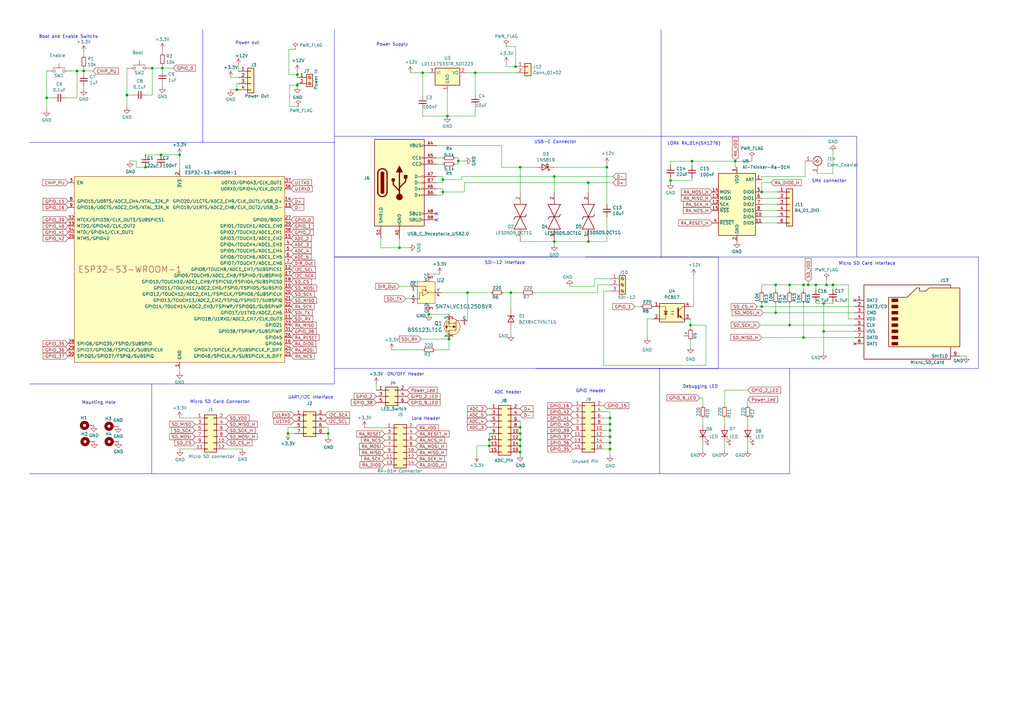
<source format=kicad_sch>
(kicad_sch (version 20230121) (generator eeschema)
  (paper "A3")
  (title_block (title "MoleNet V6") (date "2023-10-24") (rev "2") (company "Comnets Uni Bremen") (comment 1 "Karun Raj Koloth") (comment 2 "Faruk Kollar"))
  (lib_symbols
    (symbol "+3.3V_1" (power) (pin_names (offset 0))
      (property "Value" "+3.3V_1" (at 0 3.556 0))
      (symbol "+3.3V_1_1_1"
        (pin power_in line (at 0 0 90) (length 0) hide (name "+3.3V") (number "1"))
      )
    )
    (symbol "+3.3V_2" (power) (pin_names (offset 0))
      (property "Value" "+3.3V_2" (at 0 3.556 0))
      (symbol "+3.3V_2_1_1"
        (pin power_in line (at 0 0 90) (length 0) hide (name "+3.3V") (number "1"))
      )
    )
    (symbol "+3.3V_3" (power) (pin_names (offset 0))
      (property "Value" "+3.3V_3" (at 0 3.556 0))
      (symbol "+3.3V_3_1_1"
        (pin power_in line (at 0 0 90) (length 0) hide (name "+3.3V") (number "1"))
      )
    )
    (symbol "+3.3V_5" (power) (pin_names (offset 0))
      (property "Value" "+3.3V_5" (at 0 3.556 0))
      (symbol "+3.3V_5_1_1"
        (pin power_in line (at 0 0 90) (length 0) hide (name "+3.3V") (number "1"))
      )
    )
    (symbol "Connector:Conn_Coaxial" (pin_names (offset 1.016) hide)
      (property "Reference" "J" (at 0.254 3.048 0))
      (property "Value" "Conn_Coaxial" (at 2.921 0 90))
      (symbol "Conn_Coaxial_1_1"
        (pin passive line (at -5.08 0 0) (length 2.54) (name "In") (number "1"))
        (pin passive line (at 0 -5.08 90) (length 2.54) (name "Ext") (number "2"))
      )
    )
    (symbol "Connector:Micro_SD_Card" (pin_names (offset 1.016))
      (property "Reference" "J" (at -16.51 15.24 0))
      (property "Value" "Micro_SD_Card" (at 16.51 15.24 0))
      (symbol "Micro_SD_Card_1_1"
        (pin bidirectional line (at -22.86 7.62 0) (length 3.81) (name "DAT2") (number "1"))
        (pin bidirectional line (at -22.86 5.08 0) (length 3.81) (name "DAT3/CD") (number "2"))
        (pin input line (at -22.86 2.54 0) (length 3.81) (name "CMD") (number "3"))
        (pin power_in line (at -22.86 0 0) (length 3.81) (name "VDD") (number "4"))
        (pin input line (at -22.86 -2.54 0) (length 3.81) (name "CLK") (number "5"))
        (pin power_in line (at -22.86 -5.08 0) (length 3.81) (name "VSS") (number "6"))
        (pin bidirectional line (at -22.86 -7.62 0) (length 3.81) (name "DAT0") (number "7"))
        (pin bidirectional line (at -22.86 -10.16 0) (length 3.81) (name "DAT1") (number "8"))
        (pin passive line (at 20.32 -15.24 180) (length 3.81) (name "SHIELD") (number "9"))
      )
    )
    (symbol "Connector:Screw_Terminal_01x02" (pin_names (offset 1.016) hide)
      (property "Reference" "J14" (at -2.54 2.54 0))
      (property "Value" "Power In" (at 2.54 -5.08 90))
      (symbol "Screw_Terminal_01x02_1_1"
        (pin input line (at -5.08 0 0) (length 3.81) (name "Pin_1") (number "1"))
        (pin input line (at -5.08 -2.54 0) (length 3.81) (name "Pin_2") (number "2"))
      )
    )
    (symbol "Connector:Screw_Terminal_01x03" (pin_names (offset 1.016) hide)
      (property "Reference" "J" (at 0 5.08 0))
      (property "Value" "Screw_Terminal_01x03" (at 0 -5.08 0))
      (symbol "Screw_Terminal_01x03_1_1"
        (pin passive line (at -5.08 2.54 0) (length 3.81) (name "Pin_1") (number "1"))
        (pin passive line (at -5.08 0 0) (length 3.81) (name "Pin_2") (number "2"))
        (pin passive line (at -5.08 -2.54 0) (length 3.81) (name "Pin_3") (number "3"))
      )
    )
    (symbol "Connector:USB_C_Receptacle_USB2.0" (pin_names (offset 1.016))
      (property "Reference" "J" (at -10.16 19.05 0))
      (property "Value" "USB_C_Receptacle_USB2.0" (at 19.05 19.05 0))
      (symbol "USB_C_Receptacle_USB2.0_1_1"
        (pin passive line (at 0 -22.86 90) (length 5.08) (name "GND") (number "A1"))
        (pin passive line (at 0 -22.86 90) (length 5.08) hide (name "GND") (number "A12"))
        (pin passive line (at 15.24 15.24 180) (length 5.08) (name "VBUS") (number "A4"))
        (pin bidirectional line (at 15.24 10.16 180) (length 5.08) (name "CC1") (number "A5"))
        (pin bidirectional line (at 15.24 -2.54 180) (length 5.08) (name "D+") (number "A6"))
        (pin bidirectional line (at 15.24 2.54 180) (length 5.08) (name "D-") (number "A7"))
        (pin bidirectional line (at 15.24 -12.7 180) (length 5.08) (name "SBU1") (number "A8"))
        (pin passive line (at 15.24 15.24 180) (length 5.08) hide (name "VBUS") (number "A9"))
        (pin passive line (at 0 -22.86 90) (length 5.08) hide (name "GND") (number "B1"))
        (pin passive line (at 0 -22.86 90) (length 5.08) hide (name "GND") (number "B12"))
        (pin passive line (at 15.24 15.24 180) (length 5.08) hide (name "VBUS") (number "B4"))
        (pin bidirectional line (at 15.24 7.62 180) (length 5.08) (name "CC2") (number "B5"))
        (pin bidirectional line (at 15.24 -5.08 180) (length 5.08) (name "D+") (number "B6"))
        (pin bidirectional line (at 15.24 0 180) (length 5.08) (name "D-") (number "B7"))
        (pin bidirectional line (at 15.24 -15.24 180) (length 5.08) (name "SBU2") (number "B8"))
        (pin passive line (at 15.24 15.24 180) (length 5.08) hide (name "VBUS") (number "B9"))
        (pin passive line (at -7.62 -22.86 90) (length 5.08) (name "SHIELD") (number "S1"))
      )
    )
    (symbol "Connector_Generic:Conn_01x02" (pin_names (offset 1.016) hide)
      (property "Reference" "J" (at 0 2.54 0))
      (property "Value" "Conn_01x02" (at 0 -5.08 0))
      (symbol "Conn_01x02_1_1"
        (pin passive line (at -5.08 0 0) (length 3.81) (name "Pin_1") (number "1"))
        (pin passive line (at -5.08 -2.54 0) (length 3.81) (name "Pin_2") (number "2"))
      )
    )
    (symbol "Connector_Generic:Conn_01x04" (pin_names (offset 1.016) hide)
      (property "Reference" "J" (at 0 5.08 0))
      (property "Value" "Conn_01x04" (at 0 -7.62 0))
      (symbol "Conn_01x04_1_1"
        (pin passive line (at -5.08 2.54 0) (length 3.81) (name "Pin_1") (number "1"))
        (pin passive line (at -5.08 0 0) (length 3.81) (name "Pin_2") (number "2"))
        (pin passive line (at -5.08 -2.54 0) (length 3.81) (name "Pin_3") (number "3"))
        (pin passive line (at -5.08 -5.08 0) (length 3.81) (name "Pin_4") (number "4"))
      )
    )
    (symbol "Connector_Generic:Conn_01x06" (pin_names (offset 1.016) hide)
      (property "Reference" "J" (at 0 7.62 0))
      (property "Value" "Conn_01x06" (at 0 -10.16 0))
      (symbol "Conn_01x06_1_1"
        (pin passive line (at -5.08 5.08 0) (length 3.81) (name "Pin_1") (number "1"))
        (pin passive line (at -5.08 2.54 0) (length 3.81) (name "Pin_2") (number "2"))
        (pin passive line (at -5.08 0 0) (length 3.81) (name "Pin_3") (number "3"))
        (pin passive line (at -5.08 -2.54 0) (length 3.81) (name "Pin_4") (number "4"))
        (pin passive line (at -5.08 -5.08 0) (length 3.81) (name "Pin_5") (number "5"))
        (pin passive line (at -5.08 -7.62 0) (length 3.81) (name "Pin_6") (number "6"))
      )
    )
    (symbol "Connector_Generic:Conn_02x03_Top_Bottom" (pin_names (offset 1.016) hide)
      (property "Reference" "J5" (at 1.778 5.588 0))
      (property "Value" "LED_Switch" (at 2.159 -5.08 0))
      (symbol "Conn_02x03_Top_Bottom_1_1"
        (pin passive line (at -5.08 2.54 0) (length 3.81) (name "Pin_1") (number "1"))
        (pin passive line (at 7.62 2.54 180) (length 3.81) (name "Pin_4") (number "2"))
        (pin passive line (at -5.08 0 0) (length 3.81) (name "Pin_2") (number "3"))
        (pin passive line (at 7.62 0 180) (length 3.81) (name "Pin_5") (number "4"))
        (pin passive line (at -5.08 -2.54 0) (length 3.81) (name "Pin_3") (number "5"))
        (pin passive line (at 7.62 -2.54 180) (length 3.81) (name "Pin_6") (number "6"))
      )
    )
    (symbol "Connector_Generic:Conn_02x04_Top_Bottom" (pin_names (offset 1.016) hide)
      (property "Reference" "J12" (at 1.27 7.239 0))
      (property "Value" "I2C Interface" (at 1.524 -11.557 0))
      (symbol "Conn_02x04_Top_Bottom_1_1"
        (pin passive line (at -5.08 2.54 0) (length 3.81) (name "Pin_1") (number "1"))
        (pin passive line (at 7.62 2.54 180) (length 3.81) (name "Pin_5") (number "2"))
        (pin passive line (at -5.08 0 0) (length 3.81) (name "Pin_2") (number "3"))
        (pin passive line (at 7.62 0 180) (length 3.81) (name "Pin_6") (number "4"))
        (pin passive line (at -5.08 -2.54 0) (length 3.81) (name "Pin_3") (number "5"))
        (pin passive line (at 7.62 -2.54 180) (length 3.81) (name "Pin_7") (number "6"))
        (pin passive line (at -5.08 -5.08 0) (length 3.81) (name "Pin_4") (number "7"))
        (pin passive line (at 7.62 -5.08 180) (length 3.81) (name "Pin_8") (number "8"))
      )
    )
    (symbol "Connector_Generic:Conn_02x06_Top_Bottom" (pin_names (offset 1.016) hide)
      (property "Reference" "J7" (at 1.3462 8.6106 0))
      (property "Value" "SPI connector" (at 1.6764 -10.6934 0))
      (symbol "Conn_02x06_Top_Bottom_1_1"
        (pin passive line (at -5.08 5.08 0) (length 3.81) (name "Pin_1") (number "1"))
        (pin passive line (at 7.62 -5.08 180) (length 3.81) (name "Pin_10") (number "10"))
        (pin passive line (at -5.08 -7.62 0) (length 3.81) (name "Pin_11") (number "11"))
        (pin passive line (at 7.62 -7.62 180) (length 3.81) (name "Pin_12") (number "12"))
        (pin passive line (at 7.62 5.08 180) (length 3.81) (name "Pin_2") (number "2"))
        (pin passive line (at -5.08 2.54 0) (length 3.81) (name "Pin_3") (number "3"))
        (pin passive line (at 7.62 2.54 180) (length 3.81) (name "Pin_4") (number "4"))
        (pin passive line (at -5.08 0 0) (length 3.81) (name "Pin_5") (number "5"))
        (pin passive line (at 7.62 0 180) (length 3.81) (name "Pin_6") (number "6"))
        (pin passive line (at -5.08 -2.54 0) (length 3.81) (name "Pin_7") (number "7"))
        (pin passive line (at 7.62 -2.54 180) (length 3.81) (name "Pin_8") (number "8"))
        (pin passive line (at -5.08 -5.08 0) (length 3.81) (name "Pin_9") (number "9"))
      )
    )
    (symbol "Connector_Generic:Conn_02x07_Odd_Even" (pin_names (offset 1.016) hide)
      (property "Reference" "J" (at 1.27 10.16 0))
      (property "Value" "Conn_02x07_Odd_Even" (at 1.27 -10.16 0))
      (symbol "Conn_02x07_Odd_Even_1_1"
        (pin passive line (at -5.08 7.62 0) (length 3.81) (name "Pin_1") (number "1"))
        (pin passive line (at 7.62 -2.54 180) (length 3.81) (name "Pin_10") (number "10"))
        (pin passive line (at -5.08 -5.08 0) (length 3.81) (name "Pin_11") (number "11"))
        (pin passive line (at 7.62 -5.08 180) (length 3.81) (name "Pin_12") (number "12"))
        (pin passive line (at -5.08 -7.62 0) (length 3.81) (name "Pin_13") (number "13"))
        (pin passive line (at 7.62 -7.62 180) (length 3.81) (name "Pin_14") (number "14"))
        (pin passive line (at 7.62 7.62 180) (length 3.81) (name "Pin_2") (number "2"))
        (pin passive line (at -5.08 5.08 0) (length 3.81) (name "Pin_3") (number "3"))
        (pin passive line (at 7.62 5.08 180) (length 3.81) (name "Pin_4") (number "4"))
        (pin passive line (at -5.08 2.54 0) (length 3.81) (name "Pin_5") (number "5"))
        (pin passive line (at 7.62 2.54 180) (length 3.81) (name "Pin_6") (number "6"))
        (pin passive line (at -5.08 0 0) (length 3.81) (name "Pin_7") (number "7"))
        (pin passive line (at 7.62 0 180) (length 3.81) (name "Pin_8") (number "8"))
        (pin passive line (at -5.08 -2.54 0) (length 3.81) (name "Pin_9") (number "9"))
      )
    )
    (symbol "Connector_Generic:Conn_02x08_Odd_Even" (pin_names (offset 1.016) hide)
      (property "Reference" "J" (at 1.27 10.16 0))
      (property "Value" "Conn_02x08_Odd_Even" (at 1.27 -12.7 0))
      (symbol "Conn_02x08_Odd_Even_1_1"
        (pin passive line (at -5.08 7.62 0) (length 3.81) (name "Pin_1") (number "1"))
        (pin passive line (at 7.62 -2.54 180) (length 3.81) (name "Pin_10") (number "10"))
        (pin passive line (at -5.08 -5.08 0) (length 3.81) (name "Pin_11") (number "11"))
        (pin passive line (at 7.62 -5.08 180) (length 3.81) (name "Pin_12") (number "12"))
        (pin passive line (at -5.08 -7.62 0) (length 3.81) (name "Pin_13") (number "13"))
        (pin passive line (at 7.62 -7.62 180) (length 3.81) (name "Pin_14") (number "14"))
        (pin passive line (at -5.08 -10.16 0) (length 3.81) (name "Pin_15") (number "15"))
        (pin passive line (at 7.62 -10.16 180) (length 3.81) (name "Pin_16") (number "16"))
        (pin passive line (at 7.62 7.62 180) (length 3.81) (name "Pin_2") (number "2"))
        (pin passive line (at -5.08 5.08 0) (length 3.81) (name "Pin_3") (number "3"))
        (pin passive line (at 7.62 5.08 180) (length 3.81) (name "Pin_4") (number "4"))
        (pin passive line (at -5.08 2.54 0) (length 3.81) (name "Pin_5") (number "5"))
        (pin passive line (at 7.62 2.54 180) (length 3.81) (name "Pin_6") (number "6"))
        (pin passive line (at -5.08 0 0) (length 3.81) (name "Pin_7") (number "7"))
        (pin passive line (at 7.62 0 180) (length 3.81) (name "Pin_8") (number "8"))
        (pin passive line (at -5.08 -2.54 0) (length 3.81) (name "Pin_9") (number "9"))
      )
    )
    (symbol "Device:C_Small" (pin_numbers hide) (pin_names (offset 0.254) hide)
      (property "Reference" "C" (at 0.254 1.778 0))
      (property "Value" "C_Small" (at 0.254 -2.032 0))
      (symbol "C_Small_1_1"
        (pin passive line (at 0 2.54 270) (length 2.032) (name "~") (number "1"))
        (pin passive line (at 0 -2.54 90) (length 2.032) (name "~") (number "2"))
      )
    )
    (symbol "Device:LED" (pin_numbers hide) (pin_names (offset 1.016) hide)
      (property "Reference" "D" (at 0 2.54 0))
      (property "Value" "LED" (at 0 -2.54 0))
      (symbol "LED_1_1"
        (pin passive line (at -3.81 0 0) (length 2.54) (name "K") (number "1"))
        (pin passive line (at 3.81 0 180) (length 2.54) (name "A") (number "2"))
      )
    )
    (symbol "Device:R_Small" (pin_numbers hide) (pin_names (offset 0.254) hide)
      (property "Reference" "R" (at 0.762 0.508 0))
      (property "Value" "R_Small" (at 0.762 -1.016 0))
      (symbol "R_Small_1_1"
        (pin passive line (at 0 2.54 270) (length 0.762) (name "~") (number "1"))
        (pin passive line (at 0 -2.54 90) (length 0.762) (name "~") (number "2"))
      )
    )
    (symbol "Diode:1N5819" (pin_numbers hide) (pin_names (offset 1.016) hide)
      (property "Reference" "D" (at 0 2.54 0))
      (property "Value" "1N5819" (at 0 -2.54 0))
      (symbol "1N5819_1_1"
        (pin passive line (at -3.81 0 0) (length 2.54) (name "K") (number "1"))
        (pin passive line (at 3.81 0 180) (length 2.54) (name "A") (number "2"))
      )
    )
    (symbol "Diode:BZX84Cxx" (pin_numbers hide) (pin_names hide)
      (property "Reference" "D" (at 0 3.81 0))
      (property "Value" "BZX84Cxx" (at 0 -3.81 0))
      (symbol "BZX84Cxx_1_1"
        (pin passive line (at 3.81 0 180) (length 2.54) (name "A") (number "1"))
        (pin no_connect line (at 1.27 0 180) (length 2.54) hide (name "NC") (number "2"))
        (pin passive line (at -3.81 0 0) (length 2.54) (name "K") (number "3"))
      )
    )
    (symbol "GND_1" (power) (pin_names (offset 0))
      (property "Value" "GND_1" (at 0 -3.81 0))
      (symbol "GND_1_1_1"
        (pin power_in line (at 0 0 270) (length 0) hide (name "GND") (number "1"))
      )
    )
    (symbol "GND_10" (power) (pin_names (offset 0))
      (property "Value" "GND_10" (at 0 -3.81 0))
      (symbol "GND_10_1_1"
        (pin power_in line (at 0 0 270) (length 0) hide (name "GND") (number "1"))
      )
    )
    (symbol "GND_11" (power) (pin_names (offset 0))
      (property "Value" "GND_11" (at 0 -3.81 0))
      (symbol "GND_11_1_1"
        (pin power_in line (at 0 0 270) (length 0) hide (name "GND") (number "1"))
      )
    )
    (symbol "GND_12" (power) (pin_names (offset 0))
      (property "Value" "GND_12" (at 0 -3.81 0))
      (symbol "GND_12_1_1"
        (pin power_in line (at 0 0 270) (length 0) hide (name "GND") (number "1"))
      )
    )
    (symbol "GND_13" (power) (pin_names (offset 0))
      (property "Value" "GND_13" (at 0 -3.81 0))
      (symbol "GND_13_1_1"
        (pin power_in line (at 0 0 270) (length 0) hide (name "GND") (number "1"))
      )
    )
    (symbol "GND_14" (power) (pin_names (offset 0))
      (property "Value" "GND_14" (at 0 -3.81 0))
      (symbol "GND_14_1_1"
        (pin power_in line (at 0 0 270) (length 0) hide (name "GND") (number "1"))
      )
    )
    (symbol "GND_2" (power) (pin_names (offset 0))
      (property "Value" "GND_2" (at 0 -3.81 0))
      (symbol "GND_2_1_1"
        (pin power_in line (at 0 0 270) (length 0) hide (name "GND") (number "1"))
      )
    )
    (symbol "GND_3" (power) (pin_names (offset 0))
      (property "Value" "GND_3" (at 0 -3.81 0))
      (symbol "GND_3_1_1"
        (pin power_in line (at 0 0 270) (length 0) hide (name "GND") (number "1"))
      )
    )
    (symbol "GND_4" (power) (pin_names (offset 0))
      (property "Value" "GND_4" (at 0 -3.81 0))
      (symbol "GND_4_1_1"
        (pin power_in line (at 0 0 270) (length 0) hide (name "GND") (number "1"))
      )
    )
    (symbol "GND_5" (power) (pin_names (offset 0))
      (property "Value" "GND_5" (at 0 -3.81 0))
      (symbol "GND_5_1_1"
        (pin power_in line (at 0 0 270) (length 0) hide (name "GND") (number "1"))
      )
    )
    (symbol "GND_6" (power) (pin_names (offset 0))
      (property "Value" "GND_6" (at 0 -3.81 0))
      (symbol "GND_6_1_1"
        (pin power_in line (at 0 0 270) (length 0) hide (name "GND") (number "1"))
      )
    )
    (symbol "GND_7" (power) (pin_names (offset 0))
      (property "Value" "GND_7" (at 0 -3.81 0))
      (symbol "GND_7_1_1"
        (pin power_in line (at 0 0 270) (length 0) hide (name "GND") (number "1"))
      )
    )
    (symbol "GND_8" (power) (pin_names (offset 0))
      (property "Value" "GND_8" (at 0 -3.81 0))
      (symbol "GND_8_1_1"
        (pin power_in line (at 0 0 270) (length 0) hide (name "GND") (number "1"))
      )
    )
    (symbol "GND_9" (power) (pin_names (offset 0))
      (property "Value" "GND_9" (at 0 -3.81 0))
      (symbol "GND_9_1_1"
        (pin power_in line (at 0 0 270) (length 0) hide (name "GND") (number "1"))
      )
    )
    (symbol "Isolator:PC817" (pin_names (offset 1.016))
      (property "Reference" "U" (at -5.08 5.08 0))
      (property "Value" "PC817" (at 0 5.08 0))
      (symbol "PC817_1_1"
        (pin passive line (at -7.62 2.54 0) (length 2.54) (name "~") (number "1"))
        (pin passive line (at -7.62 -2.54 0) (length 2.54) (name "~") (number "2"))
        (pin passive line (at 7.62 -2.54 180) (length 2.54) (name "~") (number "3"))
        (pin passive line (at 7.62 2.54 180) (length 2.54) (name "~") (number "4"))
      )
    )
    (symbol "LESD5D5_0CT1G:LESD5D5.0CT1G" (pin_names hide)
      (property "Reference" "D" (at 12.7 8.89 0))
      (property "Value" "LESD5D5.0CT1G" (at 12.7 6.35 0))
      (symbol "LESD5D5.0CT1G_1_1"
        (pin passive line (at 0 0 0) (length 5.08) (name "1") (number "1"))
        (pin passive line (at 20.32 0 180) (length 5.08) (name "2") (number "2"))
      )
    )
    (symbol "Mechanical:MountingHole_Pad" (pin_numbers hide) (pin_names (offset 1.016) hide)
      (property "Reference" "H" (at 0 6.35 0))
      (property "Value" "MountingHole_Pad" (at 0 4.445 0))
      (symbol "MountingHole_Pad_1_1"
        (pin input line (at 0 -2.54 90) (length 2.54) (name "1") (number "1"))
      )
    )
    (symbol "MoleNet_v5.01-rescue:BSS123-dk_Transistors-FETs-MOSFETs-Single" (pin_names (offset 0))
      (property "Reference" "Q" (at -2.6924 3.6322 0))
      (property "Value" "BSS123-dk_Transistors-FETs-MOSFETs-Single" (at 3.4544 0 90))
      (symbol "BSS123-dk_Transistors-FETs-MOSFETs-Single_1_1"
        (pin bidirectional line (at -7.62 -2.54 0) (length 2.54) (name "G") (number "1"))
        (pin bidirectional line (at 0 -5.08 90) (length 2.54) (name "S") (number "2"))
        (pin bidirectional line (at 0 5.08 270) (length 2.54) (name "D") (number "3"))
      )
    )
    (symbol "MoleNet_v5.01-rescue:SN74LVC1G125DBVR-dk_Logic-Buffers-Drivers-Receivers-Transceivers" (pin_names (offset 0))
      (property "Reference" "U" (at -5.0292 5.4356 0))
      (property "Value" "SN74LVC1G125DBVR-dk_Logic-Buffers-Drivers-Receivers-Transceivers" (at 1.4986 -5.6388 0))
      (symbol "SN74LVC1G125DBVR-dk_Logic-Buffers-Drivers-Receivers-Transceivers_1_1"
        (pin input line (at -7.62 2.54 0) (length 2.54) (name "~{OE}") (number "1"))
        (pin input line (at -7.62 -2.54 0) (length 2.54) (name "A") (number "2"))
        (pin power_in line (at 0 -7.62 90) (length 2.54) (name "GND") (number "3"))
        (pin output line (at 5.08 0 180) (length 2.54) (name "Y") (number "4"))
        (pin power_in line (at 0 7.62 270) (length 2.54) (name "VCC") (number "5"))
      )
    )
    (symbol "PCM_Espressif:ESP32-S3-WROOM-1" (pin_names (offset 1.016))
      (property "Reference" "U" (at -43.18 43.18 0))
      (property "Value" "ESP32-S3-WROOM-1" (at -43.18 40.64 0))
      (symbol "ESP32-S3-WROOM-1_0_0"
        (text "ESP32-S3-WROOM-1" (at -20.32 0 0) (effects (font (size 2.54 2.54))))
        (pin power_in line (at 0 -40.64 90) (length 2.54) (name "GND") (number "1"))
        (pin bidirectional line (at 45.72 -17.78 180) (length 2.54) (name "GPIO17/U1TXD/ADC2_CH6") (number "10"))
        (pin bidirectional line (at 45.72 -20.32 180) (length 2.54) (name "GPIO18/U1RXD/ADC2_CH7/CLK_OUT3") (number "11"))
        (pin bidirectional line (at 45.72 0 180) (length 2.54) (name "GPIO8/TOUCH8/ADC1_CH7/SUBSPICS1") (number "12"))
        (pin bidirectional line (at 45.72 25.4 180) (length 2.54) (name "GPIO19/U1RTS/ADC2_CH8/CLK_OUT2/USB_D-") (number "13"))
        (pin bidirectional line (at 45.72 27.94 180) (length 2.54) (name "GPIO20/U1CTS/ADC2_CH9/CLK_OUT1/USB_D+") (number "14"))
        (pin bidirectional line (at 45.72 12.7 180) (length 2.54) (name "GPIO3/TOUCH3/ADC1_CH2") (number "15"))
        (pin bidirectional line (at 45.72 -30.48 180) (length 2.54) (name "GPIO46") (number "16"))
        (pin bidirectional line (at 45.72 -2.54 180) (length 2.54) (name "GPIO9/TOUCH9/ADC1_CH8/FSPIHD/SUBSPIHD") (number "17"))
        (pin bidirectional line (at 45.72 -5.08 180) (length 2.54) (name "GPIO10/TOUCH10/ADC1_CH9/FSPICS0/FSPIIO4/SUBSPICS0") (number "18"))
        (pin bidirectional line (at 45.72 -7.62 180) (length 2.54) (name "GPIO11/TOUCH11/ADC2_CH0/FSPID/FSPIIO5/SUBSPID") (number "19"))
        (pin power_in line (at 0 40.64 270) (length 2.54) (name "3V3") (number "2"))
        (pin bidirectional line (at 45.72 -10.16 180) (length 2.54) (name "GPIO12/TOUCH12/ADC2_CH1/FSPICLK/FSPIIO6/SUBSPICLK") (number "20"))
        (pin bidirectional line (at 45.72 -12.7 180) (length 2.54) (name "GPIO13/TOUCH13/ADC2_CH2/FSPIQ/FSPIIO7/SUBSPIQ") (number "21"))
        (pin bidirectional line (at 45.72 -15.24 180) (length 2.54) (name "GPIO14/TOUCH14/ADC2_CH3/FSPIWP/FSPIDQS/SUBSPIWP") (number "22"))
        (pin bidirectional line (at 45.72 -22.86 180) (length 2.54) (name "GPIO21") (number "23"))
        (pin bidirectional line (at 45.72 -33.02 180) (length 2.54) (name "GPIO47/SPICLK_P/SUBSPICLK_P_DIFF") (number "24"))
        (pin bidirectional line (at 45.72 -35.56 180) (length 2.54) (name "GPIO48/SPICLK_N/SUBSPICLK_N_DIFF") (number "25"))
        (pin bidirectional line (at 45.72 -27.94 180) (length 2.54) (name "GPIO45") (number "26"))
        (pin bidirectional line (at 45.72 20.32 180) (length 2.54) (name "GPIO0/BOOT") (number "27"))
        (pin bidirectional line (at -45.72 -30.48 0) (length 2.54) (name "SPIIO6/GPIO35/FSPID/SUBSPID") (number "28"))
        (pin bidirectional line (at -45.72 -33.02 0) (length 2.54) (name "SPIIO7/GPIO36/FSPICLK/SUBSPICLK") (number "29"))
        (pin input line (at -45.72 35.56 0) (length 2.54) (name "EN") (number "3"))
        (pin bidirectional line (at -45.72 -35.56 0) (length 2.54) (name "SPIDQS/GPIO37/FSPIQ/SUBSPIQ") (number "30"))
        (pin bidirectional line (at 45.72 -25.4 180) (length 2.54) (name "GPIO38/FSPIWP/SUBSPIWP") (number "31"))
        (pin bidirectional line (at -45.72 20.32 0) (length 2.54) (name "MTCK/GPIO39/CLK_OUT3/SUBSPICS1") (number "32"))
        (pin bidirectional line (at -45.72 17.78 0) (length 2.54) (name "MTDO/GPIO40/CLK_OUT2") (number "33"))
        (pin bidirectional line (at -45.72 15.24 0) (length 2.54) (name "MTDI/GPIO41/CLK_OUT1") (number "34"))
        (pin bidirectional line (at -45.72 12.7 0) (length 2.54) (name "MTMS/GPIO42") (number "35"))
        (pin bidirectional line (at 45.72 33.02 180) (length 2.54) (name "U0RXD/GPIO44/CLK_OUT2") (number "36"))
        (pin bidirectional line (at 45.72 35.56 180) (length 2.54) (name "U0TXD/GPIO43/CLK_OUT1") (number "37"))
        (pin bidirectional line (at 45.72 15.24 180) (length 2.54) (name "GPIO2/TOUCH2/ADC1_CH1") (number "38"))
        (pin bidirectional line (at 45.72 17.78 180) (length 2.54) (name "GPIO1/TOUCH1/ADC1_CH0") (number "39"))
        (pin bidirectional line (at 45.72 10.16 180) (length 2.54) (name "GPIO4/TOUCH4/ADC1_CH3") (number "4"))
        (pin passive line (at 0 -40.64 90) (length 2.54) hide (name "GND") (number "40"))
        (pin passive line (at 0 -40.64 90) (length 2.54) hide (name "GND") (number "41"))
        (pin bidirectional line (at 45.72 7.62 180) (length 2.54) (name "GPIO5/TOUCH5/ADC1_CH4") (number "5"))
        (pin bidirectional line (at 45.72 5.08 180) (length 2.54) (name "GPIO6/TOUCH6/ADC1_CH5") (number "6"))
        (pin bidirectional line (at 45.72 2.54 180) (length 2.54) (name "GPIO7/TOUCH7/ADC1_CH6") (number "7"))
        (pin bidirectional line (at -45.72 27.94 0) (length 2.54) (name "GPIO15/U0RTS/ADC2_CH4/XTAL_32K_P") (number "8"))
        (pin bidirectional line (at -45.72 25.4 0) (length 2.54) (name "GPIO16/U0CTS/ADC2_CH5/XTAL_32K_N") (number "9"))
      )
    )
    (symbol "PWR_FLAG_1" (power) (pin_numbers hide) (pin_names (offset 0) hide)
      (property "Value" "PWR_FLAG_1" (at 0 3.81 0))
      (symbol "PWR_FLAG_1_0_0"
        (pin power_out line (at 0 0 90) (length 0) (name "pwr") (number "1"))
      )
    )
    (symbol "PWR_FLAG_2" (power) (pin_numbers hide) (pin_names (offset 0) hide)
      (property "Value" "PWR_FLAG_2" (at 0 3.81 0))
      (symbol "PWR_FLAG_2_0_0"
        (pin power_out line (at 0 0 90) (length 0) (name "pwr") (number "1"))
      )
    )
    (symbol "PWR_FLAG_3" (power) (pin_numbers hide) (pin_names (offset 0) hide)
      (property "Value" "PWR_FLAG_3" (at 0 3.81 0))
      (symbol "PWR_FLAG_3_0_0"
        (pin power_out line (at 0 0 90) (length 0) (name "pwr") (number "1"))
      )
    )
    (symbol "RF_Module:Ai-Thinker-Ra-01"
      (property "Reference" "U" (at 2.54 17.78 0))
      (property "Value" "Ai-Thinker-Ra-01" (at 13.97 -15.24 0))
      (symbol "Ai-Thinker-Ra-01_1_1"
        (pin passive line (at 10.16 10.16 180) (length 2.54) (name "ANT") (number "1"))
        (pin bidirectional line (at 10.16 -5.08 180) (length 2.54) (name "DIO4") (number "10"))
        (pin bidirectional line (at 10.16 -7.62 180) (length 2.54) (name "DIO5") (number "11"))
        (pin input line (at -10.16 0 0) (length 2.54) (name "SCK") (number "12"))
        (pin output line (at -10.16 2.54 0) (length 2.54) (name "MISO") (number "13"))
        (pin input line (at -10.16 5.08 0) (length 2.54) (name "MOSI") (number "14"))
        (pin input line (at -10.16 -2.54 0) (length 2.54) (name "~{NSS}") (number "15"))
        (pin passive line (at 0 -15.24 90) (length 2.54) hide (name "GND") (number "16"))
        (pin power_in line (at 0 -15.24 90) (length 2.54) (name "GND") (number "2"))
        (pin power_in line (at 0 15.24 270) (length 2.54) (name "VDD") (number "3"))
        (pin input line (at -10.16 -7.62 0) (length 2.54) (name "~{RESET}") (number "4"))
        (pin bidirectional line (at 10.16 5.08 180) (length 2.54) (name "DIO0") (number "5"))
        (pin bidirectional line (at 10.16 2.54 180) (length 2.54) (name "DIO1") (number "6"))
        (pin bidirectional line (at 10.16 0 180) (length 2.54) (name "DIO2") (number "7"))
        (pin bidirectional line (at 10.16 -2.54 180) (length 2.54) (name "DIO3") (number "8"))
        (pin passive line (at 0 -15.24 90) (length 2.54) hide (name "GND") (number "9"))
      )
    )
    (symbol "Regulator_Linear:LD1117S33TR_SOT223"
      (property "Reference" "U" (at -3.81 3.175 0))
      (property "Value" "LD1117S33TR_SOT223" (at 0 3.175 0))
      (symbol "LD1117S33TR_SOT223_1_1"
        (pin power_in line (at 0 -7.62 90) (length 2.54) (name "GND") (number "1"))
        (pin power_out line (at 7.62 0 180) (length 2.54) (name "VO") (number "2"))
        (pin power_in line (at -7.62 0 0) (length 2.54) (name "VI") (number "3"))
      )
    )
    (symbol "Switch:SW_Push" (pin_numbers hide) (pin_names (offset 1.016) hide)
      (property "Reference" "SW" (at 1.27 2.54 0))
      (property "Value" "SW_Push" (at 0 -1.524 0))
      (symbol "SW_Push_0_1"
        (pin passive line (at -5.08 0 0) (length 2.54) (name "1") (number "1"))
        (pin passive line (at 5.08 0 180) (length 2.54) (name "2") (number "2"))
      )
    )
    (symbol "power:+12V" (power) (pin_names (offset 0))
      (property "Value" "+12V" (at 0 3.556 0))
      (symbol "+12V_1_1"
        (pin power_in line (at 0 0 90) (length 0) hide (name "+12V") (number "1"))
      )
    )
    (symbol "power:GND" (power) (pin_names (offset 0))
      (property "Value" "GND" (at 0 -3.81 0))
      (symbol "GND_1_1"
        (pin power_in line (at 0 0 270) (length 0) hide (name "GND") (number "1"))
      )
    )
    (symbol "power:PWR_FLAG" (power) (pin_numbers hide) (pin_names (offset 0) hide)
      (property "Value" "PWR_FLAG" (at 0 3.81 0))
      (symbol "PWR_FLAG_0_0"
        (pin power_out line (at 0 0 90) (length 0) (name "pwr") (number "1"))
      )
    )
  )
  (junction (at 250.19 171.45))
  (junction (at 331.4954 116.84))
  (junction (at 283.8196 66.0908))
  (junction (at 323.85 116.84))
  (junction (at 163.83 101.6))
  (junction (at 34.3408 29.1084))
  (junction (at 275.0058 74.041))
  (junction (at 73.66 63.5))
  (junction (at 301.5488 66.0908))
  (junction (at 173.355 29.845))
  (junction (at 52.07 38.989))
  (junction (at 62.4586 27.94))
  (junction (at 213.36 175.26))
  (junction (at 318.135 128.27))
  (junction (at 250.19 179.07))
  (junction (at 241.3 99.06))
  (junction (at 250.19 176.53))
  (junction (at 191.77 120.015))
  (junction (at 250.19 181.61))
  (junction (at 184.15 139.065))
  (junction (at 175.895 128.905))
  (junction (at 318.135 116.84))
  (junction (at 337.82 124.46))
  (junction (at 97.155 36.83))
  (junction (at 200.66 182.88))
  (junction (at 227.33 72.39))
  (junction (at 213.36 68.58))
  (junction (at 312.42 78.74))
  (junction (at 31.5722 29.1084))
  (junction (at 312.42 125.73))
  (junction (at 66.04 63.5))
  (junction (at 283.21 133.35))
  (junction (at 183.515 47.625))
  (junction (at 213.36 180.34))
  (junction (at 187.96 66.04))
  (junction (at 248.92 68.58))
  (junction (at 213.36 177.8))
  (junction (at 213.36 182.88))
  (junction (at 329.565 116.84))
  (junction (at 19.1262 40.1574))
  (junction (at 213.36 185.42))
  (junction (at 200.66 180.34))
  (junction (at 194.945 29.845))
  (junction (at 250.19 173.99))
  (junction (at 66.5988 27.94))
  (junction (at 211.455 27.305))
  (junction (at 250.19 184.15))
  (junction (at 118.11 177.8))
  (junction (at 329.565 138.43))
  (junction (at 181.61 78.74))
  (junction (at 181.61 73.66))
  (junction (at 337.82 135.89))
  (junction (at 121.92 30.607))
  (junction (at 121.92 34.925))
  (junction (at 323.85 133.35))
  (junction (at 334.645 116.84))
  (junction (at 209.55 120.015))
  (junction (at 241.3 74.93))
  (junction (at 227.33 99.06))
  (junction (at 134.62 177.8))
  (junction (at 59.69 68.58))
  (junction (at 341.63 116.84))
  (junction (at 338.9884 116.84))
  (no_connect (at 350.52 140.97))
  (no_connect (at 350.52 123.19))
  (no_connect (at 179.07 87.63))
  (no_connect (at 179.07 90.17))
  (wire (pts (xy 251.46 74.93) (xy 241.3 74.93)))
  (wire (pts (xy 179.07 74.93) (xy 181.61 74.93)))
  (wire (pts (xy 213.36 175.26) (xy 213.36 177.8)))
  (wire (pts (xy 29.2862 29.1084) (xy 31.5722 29.1084)))
  (wire (pts (xy 173.355 29.845) (xy 168.275 29.845)))
  (wire (pts (xy 66.5988 27.94) (xy 66.5988 29.1084)))
  (wire (pts (xy 55.88 66.04) (xy 55.88 68.58)))
  (wire (pts (xy 187.96 67.31) (xy 186.69 67.31)))
  (polyline (pts (xy 323.85 194.31) (xy 323.85 151.13)))
  (wire (pts (xy 243.84 117.475) (xy 233.68 117.475)))
  (wire (pts (xy 199.898 172.72) (xy 200.66 172.72)))
  (wire (pts (xy 312.42 81.28) (xy 318.77 81.28)))
  (wire (pts (xy 92.71 184.15) (xy 99.4664 184.15)))
  (wire (pts (xy 166.37 122.555) (xy 168.275 122.555)))
  (wire (pts (xy 243.84 114.3) (xy 243.84 117.475)))
  (wire (pts (xy 179.07 64.77) (xy 181.61 64.77)))
  (wire (pts (xy 260.35 125.73) (xy 262.89 125.73)))
  (polyline (pts (xy 219.71 151.13) (xy 270.51 151.13)))
  (wire (pts (xy 173.355 29.845) (xy 175.895 29.845)))
  (wire (pts (xy 181.61 74.93) (xy 181.61 73.66)))
  (wire (pts (xy 288.29 163.195) (xy 288.29 166.37)))
  (wire (pts (xy 312.42 72.39) (xy 312.42 73.66)))
  (wire (pts (xy 73.66 171.45) (xy 80.01 171.45)))
  (wire (pts (xy 97.79 29.21) (xy 97.79 26.67)))
  (wire (pts (xy 337.82 135.89) (xy 337.82 144.78)))
  (wire (pts (xy 201.295 120.015) (xy 191.77 120.015)))
  (wire (pts (xy 297.18 181.61) (xy 297.18 184.785)))
  (wire (pts (xy 247.65 149.86) (xy 289.56 149.86)))
  (wire (pts (xy 207.645 26.035) (xy 207.645 27.305)))
  (polyline (pts (xy 12.065 157.48) (xy 137.16 157.48)))
  (wire (pts (xy 247.65 176.53) (xy 250.19 176.53)))
  (wire (pts (xy 283.8196 66.0908) (xy 283.8196 67.8434)))
  (wire (pts (xy 350.52 128.27) (xy 318.135 128.27)))
  (wire (pts (xy 209.55 120.015) (xy 209.55 127)))
  (wire (pts (xy 53.34 66.04) (xy 55.88 66.04)))
  (polyline (pts (xy 270.51 151.13) (xy 270.51 194.31)))
  (wire (pts (xy 184.15 143.51) (xy 178.435 143.51)))
  (wire (pts (xy 62.4586 38.989) (xy 59.8424 38.989)))
  (wire (pts (xy 59.69 63.5) (xy 66.04 63.5)))
  (wire (pts (xy 330.2 72.39) (xy 330.2 66.04)))
  (polyline (pts (xy 271.145 55.88) (xy 351.409 55.88)))
  (wire (pts (xy 149.5044 175.4378) (xy 157.7848 175.4378)))
  (wire (pts (xy 186.69 64.77) (xy 187.96 64.77)))
  (wire (pts (xy 283.8196 74.041) (xy 275.0058 74.041)))
  (wire (pts (xy 274.9804 66.0908) (xy 283.8196 66.0908)))
  (wire (pts (xy 181.61 78.74) (xy 181.61 77.47)))
  (wire (pts (xy 121.92 29.21) (xy 121.92 30.607)))
  (wire (pts (xy 241.3 78.74) (xy 241.3 74.93)))
  (wire (pts (xy 312.42 119.38) (xy 312.42 116.84)))
  (wire (pts (xy 121.92 34.925) (xy 121.92 35.56)))
  (wire (pts (xy 213.36 68.58) (xy 213.36 78.74)))
  (wire (pts (xy 195.58 182.88) (xy 195.58 186.69)))
  (wire (pts (xy 227.33 68.58) (xy 248.92 68.58)))
  (wire (pts (xy 200.66 182.88) (xy 200.66 185.42)))
  (wire (pts (xy 209.55 120.015) (xy 206.375 120.015)))
  (wire (pts (xy 247.65 179.07) (xy 250.19 179.07)))
  (wire (pts (xy 337.82 124.46) (xy 341.63 124.46)))
  (wire (pts (xy 52.07 38.989) (xy 52.07 27.94)))
  (polyline (pts (xy 137.16 12.065) (xy 137.16 58.42)))
  (wire (pts (xy 275.0058 74.9554) (xy 275.0058 74.041)))
  (wire (pts (xy 247.65 181.61) (xy 250.19 181.61)))
  (wire (pts (xy 318.135 116.84) (xy 323.85 116.84)))
  (wire (pts (xy 329.565 116.84) (xy 331.4954 116.84)))
  (wire (pts (xy 334.645 116.84) (xy 338.9884 116.84)))
  (wire (pts (xy 189.23 73.66) (xy 181.61 73.66)))
  (wire (pts (xy 184.15 139.065) (xy 184.15 143.51)))
  (wire (pts (xy 248.92 68.58) (xy 248.92 83.82)))
  (wire (pts (xy 34.3408 29.1084) (xy 34.3408 30.1244)))
  (wire (pts (xy 329.565 138.43) (xy 350.52 138.43)))
  (wire (pts (xy 73.8124 184.15) (xy 80.01 184.15)))
  (wire (pts (xy 213.36 180.34) (xy 213.36 182.88)))
  (polyline (pts (xy 401.32 105.41) (xy 401.32 151.13)))
  (wire (pts (xy 19.1262 45.1104) (xy 19.1262 40.1574)))
  (polyline (pts (xy 271.145 12.065) (xy 271.145 55.88)))
  (wire (pts (xy 301.5488 68.58) (xy 302.26 68.58)))
  (wire (pts (xy 250.19 176.53) (xy 250.19 179.07)))
  (wire (pts (xy 118.491 30.607) (xy 121.92 30.607)))
  (wire (pts (xy 247.65 171.45) (xy 250.19 171.45)))
  (wire (pts (xy 284.48 125.73) (xy 283.21 125.73)))
  (wire (pts (xy 341.63 118.745) (xy 341.63 116.84)))
  (wire (pts (xy 284.48 113.03) (xy 284.48 125.73)))
  (wire (pts (xy 209.55 134.62) (xy 209.55 137.16)))
  (wire (pts (xy 181.61 77.47) (xy 179.07 77.47)))
  (wire (pts (xy 118.745 43.688) (xy 118.745 34.925)))
  (wire (pts (xy 73.66 151.13) (xy 73.66 152.654)))
  (wire (pts (xy 288.29 181.61) (xy 288.29 184.785)))
  (wire (pts (xy 199.898 170.18) (xy 200.66 170.18)))
  (wire (pts (xy 312.42 83.82) (xy 318.77 83.82)))
  (polyline (pts (xy 62.23 194.31) (xy 219.71 194.31)))
  (wire (pts (xy 133.223 172.72) (xy 133.35 172.72)))
  (wire (pts (xy 308.4068 66.0908) (xy 301.5488 66.0908)))
  (wire (pts (xy 179.07 72.39) (xy 181.61 72.39)))
  (wire (pts (xy 241.3 99.06) (xy 248.92 99.06)))
  (wire (pts (xy 289.56 133.35) (xy 283.21 133.35)))
  (wire (pts (xy 312.42 72.39) (xy 330.2 72.39)))
  (wire (pts (xy 347.98 130.81) (xy 347.98 116.84)))
  (wire (pts (xy 62.4586 27.94) (xy 66.5988 27.94)))
  (wire (pts (xy 97.79 31.75) (xy 94.615 31.75)))
  (wire (pts (xy 250.19 181.61) (xy 250.19 184.15)))
  (wire (pts (xy 173.355 44.45) (xy 173.355 47.625)))
  (polyline (pts (xy 270.51 194.31) (xy 323.85 194.31)))
  (wire (pts (xy 341.63 116.84) (xy 347.98 116.84)))
  (wire (pts (xy 312.42 88.9) (xy 318.77 88.9)))
  (wire (pts (xy 245.11 116.84) (xy 245.11 120.015)))
  (wire (pts (xy 267.97 130.81) (xy 265.43 130.81)))
  (wire (pts (xy 337.82 135.89) (xy 337.82 124.46)))
  (wire (pts (xy 173.355 29.845) (xy 173.355 39.37)))
  (wire (pts (xy 59.69 68.58) (xy 66.04 68.58)))
  (wire (pts (xy 312.42 91.44) (xy 318.77 91.44)))
  (wire (pts (xy 62.4586 27.94) (xy 62.4586 38.989)))
  (wire (pts (xy 318.135 124.46) (xy 318.135 128.27)))
  (wire (pts (xy 200.66 182.88) (xy 195.58 182.88)))
  (wire (pts (xy 247.65 173.99) (xy 250.19 173.99)))
  (polyline (pts (xy 83.185 12.065) (xy 83.185 58.42)))
  (wire (pts (xy 121.92 34.29) (xy 121.92 34.925)))
  (wire (pts (xy 118.11 175.26) (xy 118.11 177.8)))
  (wire (pts (xy 250.19 179.07) (xy 250.19 181.61)))
  (wire (pts (xy 191.77 131.445) (xy 191.77 120.015)))
  (wire (pts (xy 200.66 177.8) (xy 200.66 180.34)))
  (wire (pts (xy 350.52 135.89) (xy 337.82 135.89)))
  (wire (pts (xy 180.34 112.395) (xy 175.895 112.395)))
  (wire (pts (xy 194.945 29.845) (xy 211.455 29.845)))
  (wire (pts (xy 34.3408 27.8384) (xy 34.3408 29.1084)))
  (wire (pts (xy 189.23 72.39) (xy 189.23 73.66)))
  (wire (pts (xy 323.85 124.46) (xy 323.85 133.35)))
  (wire (pts (xy 311.785 133.35) (xy 323.85 133.35)))
  (wire (pts (xy 283.21 139.7) (xy 283.21 142.24)))
  (wire (pts (xy 312.42 124.46) (xy 312.42 125.73)))
  (wire (pts (xy 213.36 177.8) (xy 213.36 180.34)))
  (wire (pts (xy 118.745 34.925) (xy 121.92 34.925)))
  (wire (pts (xy 329.565 124.46) (xy 329.565 138.43)))
  (wire (pts (xy 316.23 74.93) (xy 312.42 74.93)))
  (wire (pts (xy 329.565 119.38) (xy 329.565 116.84)))
  (wire (pts (xy 179.07 80.01) (xy 181.61 80.01)))
  (polyline (pts (xy 271.145 55.88) (xy 271.145 105.41)))
  (wire (pts (xy 248.92 67.31) (xy 248.92 68.58)))
  (polyline (pts (xy 308.61 105.41) (xy 240.03 105.41)))
  (wire (pts (xy 205.74 68.58) (xy 213.36 68.58)))
  (polyline (pts (xy 137.16 55.88) (xy 271.145 55.88)))
  (wire (pts (xy 334.645 116.84) (xy 334.645 118.745)))
  (wire (pts (xy 207.645 27.305) (xy 211.455 27.305)))
  (wire (pts (xy 19.1262 40.1574) (xy 21.8186 40.1574)))
  (wire (pts (xy 156.21 97.79) (xy 156.21 101.6)))
  (wire (pts (xy 227.33 99.06) (xy 241.3 99.06)))
  (wire (pts (xy 301.5488 66.0908) (xy 301.5488 68.58)))
  (wire (pts (xy 99.4664 184.15) (xy 99.4664 184.2008)))
  (wire (pts (xy 312.42 86.36) (xy 318.77 86.36)))
  (wire (pts (xy 341.63 62.23) (xy 341.63 71.12)))
  (wire (pts (xy 62.23 27.94) (xy 62.4586 27.94)))
  (wire (pts (xy 31.5722 29.1084) (xy 34.3408 29.1084)))
  (wire (pts (xy 31.5722 40.1574) (xy 31.5722 29.1084)))
  (wire (pts (xy 194.945 38.735) (xy 194.945 29.845)))
  (wire (pts (xy 26.8986 40.1574) (xy 31.5722 40.1574)))
  (polyline (pts (xy 351.409 55.88) (xy 351.409 105.41)))
  (wire (pts (xy 283.8196 66.0908) (xy 301.5488 66.0908)))
  (wire (pts (xy 219.71 68.58) (xy 213.36 68.58)))
  (wire (pts (xy 275.0058 74.041) (xy 275.0058 72.898)))
  (wire (pts (xy 97.155 34.29) (xy 97.155 36.83)))
  (polyline (pts (xy 294.64 151.13) (xy 137.16 151.13)))
  (wire (pts (xy 247.65 184.15) (xy 250.19 184.15)))
  (wire (pts (xy 97.155 36.83) (xy 94.615 36.83)))
  (wire (pts (xy 283.8196 72.9234) (xy 283.8196 74.041)))
  (wire (pts (xy 350.52 130.81) (xy 347.98 130.81)))
  (wire (pts (xy 334.645 124.46) (xy 337.82 124.46)))
  (wire (pts (xy 191.77 120.015) (xy 180.975 120.015)))
  (wire (pts (xy 250.19 114.3) (xy 243.84 114.3)))
  (wire (pts (xy 66.5988 35.4838) (xy 66.5988 34.1884)))
  (polyline (pts (xy 401.32 151.13) (xy 270.51 151.13)))
  (wire (pts (xy 190.5 74.93) (xy 190.5 78.74)))
  (wire (pts (xy 289.56 149.86) (xy 289.56 133.35)))
  (wire (pts (xy 183.515 47.625) (xy 183.515 37.465)))
  (wire (pts (xy 306.705 171.45) (xy 306.705 173.99)))
  (wire (pts (xy 318.135 119.38) (xy 318.135 116.84)))
  (wire (pts (xy 250.19 171.45) (xy 250.19 173.99)))
  (wire (pts (xy 66.5988 20.2438) (xy 66.5988 21.7424)))
  (wire (pts (xy 134.62 175.26) (xy 134.62 177.8)))
  (wire (pts (xy 341.63 124.46) (xy 341.63 123.825)))
  (wire (pts (xy 213.36 172.72) (xy 213.36 175.26)))
  (wire (pts (xy 308.4068 65.024) (xy 308.4068 66.0908)))
  (wire (pts (xy 181.61 80.01) (xy 181.61 78.74)))
  (wire (pts (xy 306.705 160.02) (xy 297.18 160.02)))
  (wire (pts (xy 297.18 160.02) (xy 297.18 166.37)))
  (wire (pts (xy 121.158 20.193) (xy 118.491 20.193)))
  (wire (pts (xy 306.705 166.37) (xy 306.705 163.83)))
  (polyline (pts (xy 62.23 157.48) (xy 62.23 194.31)))
  (wire (pts (xy 283.21 133.35) (xy 283.21 134.62)))
  (wire (pts (xy 393.7 146.05) (xy 396.24 146.05)))
  (wire (pts (xy 341.63 71.12) (xy 335.28 71.12)))
  (wire (pts (xy 34.3408 29.1084) (xy 38.1508 29.1084)))
  (polyline (pts (xy 12.065 58.42) (xy 137.16 58.42)))
  (wire (pts (xy 66.5988 26.8224) (xy 66.5988 27.94)))
  (wire (pts (xy 121.92 30.607) (xy 121.92 31.75)))
  (wire (pts (xy 227.33 99.06) (xy 227.33 100.33)))
  (wire (pts (xy 248.92 99.06) (xy 248.92 88.9)))
  (wire (pts (xy 73.66 63.5) (xy 73.66 69.85)))
  (wire (pts (xy 34.3408 21.2598) (xy 34.3408 22.7584)))
  (wire (pts (xy 207.645 19.05) (xy 211.455 19.05)))
  (wire (pts (xy 250.19 184.15) (xy 250.19 186.69)))
  (wire (pts (xy 213.36 182.88) (xy 213.36 185.42)))
  (wire (pts (xy 241.3 74.93) (xy 190.5 74.93)))
  (wire (pts (xy 168.275 117.475) (xy 163.83 117.475)))
  (wire (pts (xy 323.85 133.35) (xy 350.52 133.35)))
  (wire (pts (xy 134.62 177.8) (xy 134.62 179.07)))
  (wire (pts (xy 120.65 175.26) (xy 118.11 175.26)))
  (wire (pts (xy 66.5988 27.94) (xy 71.0946 27.94)))
  (wire (pts (xy 175.895 127.635) (xy 175.895 128.905)))
  (wire (pts (xy 219.075 120.015) (xy 245.11 120.015)))
  (wire (pts (xy 288.29 171.45) (xy 288.29 173.99)))
  (wire (pts (xy 19.1262 40.1574) (xy 19.1262 29.1084)))
  (wire (pts (xy 187.96 66.04) (xy 190.5 66.04)))
  (wire (pts (xy 194.945 47.625) (xy 183.515 47.625)))
  (polyline (pts (xy 308.61 105.41) (xy 401.32 105.41)))
  (wire (pts (xy 227.33 72.39) (xy 189.23 72.39)))
  (wire (pts (xy 200.66 180.34) (xy 200.66 182.88)))
  (wire (pts (xy 172.72 139.065) (xy 184.15 139.065)))
  (wire (pts (xy 156.21 101.6) (xy 163.83 101.6)))
  (wire (pts (xy 97.79 34.29) (xy 97.155 34.29)))
  (wire (pts (xy 213.36 99.06) (xy 227.33 99.06)))
  (wire (pts (xy 73.8124 184.404) (xy 73.8124 184.15)))
  (wire (pts (xy 312.42 116.84) (xy 318.135 116.84)))
  (wire (pts (xy 191.135 29.845) (xy 194.945 29.845)))
  (wire (pts (xy 323.85 119.38) (xy 323.85 116.84)))
  (wire (pts (xy 251.46 72.39) (xy 227.33 72.39)))
  (wire (pts (xy 274.9804 66.1162) (xy 275.0058 66.1162)))
  (wire (pts (xy 312.42 125.73) (xy 310.515 125.73)))
  (wire (pts (xy 199.898 175.26) (xy 200.66 175.26)))
  (wire (pts (xy 133.35 175.26) (xy 134.62 175.26)))
  (wire (pts (xy 173.355 47.625) (xy 183.515 47.625)))
  (wire (pts (xy 245.11 116.84) (xy 250.19 116.84)))
  (wire (pts (xy 181.61 73.66) (xy 181.61 72.39)))
  (polyline (pts (xy 137.16 105.41) (xy 294.64 105.41)))
  (wire (pts (xy 154.305 157.48) (xy 154.305 160.02)))
  (polyline (pts (xy 294.64 105.41) (xy 294.64 151.13)))
  (wire (pts (xy 275.0058 66.1162) (xy 275.0058 67.818)))
  (wire (pts (xy 118.11 177.8) (xy 120.65 177.8)))
  (wire (pts (xy 274.9804 66.1162) (xy 274.9804 66.0908)))
  (wire (pts (xy 247.65 168.91) (xy 250.19 168.91)))
  (wire (pts (xy 52.07 38.989) (xy 54.7624 38.989)))
  (wire (pts (xy 338.9884 116.84) (xy 341.63 116.84)))
  (wire (pts (xy 312.42 74.93) (xy 312.42 78.74)))
  (wire (pts (xy 184.15 128.905) (xy 175.895 128.905)))
  (wire (pts (xy 323.85 116.84) (xy 329.565 116.84)))
  (wire (pts (xy 213.36 186.563) (xy 213.36 185.42)))
  (wire (pts (xy 312.42 78.74) (xy 318.77 78.74)))
  (wire (pts (xy 205.74 59.69) (xy 205.74 68.58)))
  (wire (pts (xy 211.455 19.05) (xy 211.455 27.305)))
  (wire (pts (xy 179.07 67.31) (xy 181.61 67.31)))
  (wire (pts (xy 190.5 78.74) (xy 181.61 78.74)))
  (wire (pts (xy 287.02 163.195) (xy 288.29 163.195)))
  (wire (pts (xy 227.33 72.39) (xy 227.33 78.74)))
  (wire (pts (xy 247.65 119.38) (xy 247.65 149.86)))
  (wire (pts (xy 247.65 119.38) (xy 250.19 119.38)))
  (wire (pts (xy 187.96 64.77) (xy 187.96 66.04)))
  (polyline (pts (xy 12.065 194.31) (xy 62.23 194.31)))
  (wire (pts (xy 55.88 68.58) (xy 59.69 68.58)))
  (wire (pts (xy 52.07 43.942) (xy 52.07 38.989)))
  (wire (pts (xy 318.135 128.27) (xy 313.055 128.27)))
  (wire (pts (xy 306.705 181.61) (xy 306.705 184.785)))
  (wire (pts (xy 122.301 43.688) (xy 118.745 43.688)))
  (wire (pts (xy 34.3408 36.4998) (xy 34.3408 35.2044)))
  (wire (pts (xy 66.04 63.5) (xy 73.66 63.5)))
  (wire (pts (xy 97.79 36.83) (xy 97.155 36.83)))
  (wire (pts (xy 200.025 167.64) (xy 200.66 167.64)))
  (wire (pts (xy 179.07 59.69) (xy 205.74 59.69)))
  (wire (pts (xy 331.4954 115.5446) (xy 331.4954 116.84)))
  (wire (pts (xy 250.19 168.91) (xy 250.19 171.45)))
  (wire (pts (xy 163.83 101.6) (xy 167.64 101.6)))
  (polyline (pts (xy 228.6 105.41) (xy 137.16 105.41)))
  (wire (pts (xy 133.35 177.8) (xy 134.62 177.8)))
  (wire (pts (xy 187.96 66.04) (xy 187.96 67.31)))
  (polyline (pts (xy 137.16 58.42) (xy 137.16 157.48)))
  (wire (pts (xy 283.21 130.81) (xy 283.21 133.35)))
  (polyline (pts (xy 219.71 194.31) (xy 270.51 194.31)))
  (wire (pts (xy 297.18 171.45) (xy 297.18 173.99)))
  (wire (pts (xy 163.83 97.79) (xy 163.83 101.6)))
  (wire (pts (xy 118.491 20.193) (xy 118.491 30.607)))
  (wire (pts (xy 312.42 138.43) (xy 329.565 138.43)))
  (wire (pts (xy 350.52 125.73) (xy 312.42 125.73)))
  (wire (pts (xy 265.43 130.81) (xy 265.43 138.43)))
  (wire (pts (xy 331.4954 116.84) (xy 334.645 116.84)))
  (wire (pts (xy 250.19 173.99) (xy 250.19 176.53)))
  (wire (pts (xy 338.9884 114.808) (xy 338.9884 116.84)))
  (wire (pts (xy 301.5488 65.6844) (xy 301.5488 66.0908)))
  (wire (pts (xy 301.5742 65.6844) (xy 301.5488 65.6844)))
  (wire (pts (xy 194.945 43.815) (xy 194.945 47.625)))
  (wire (pts (xy 334.645 123.825) (xy 334.645 124.46)))
  (wire (pts (xy 173.355 143.51) (xy 160.655 143.51)))
  (wire (pts (xy 213.995 120.015) (xy 209.55 120.015)))
  (text "Lora Header" (at 168.7576 172.5422 0) (effects (font (size 1.27 1.27)) (justify left bottom)))
  (text "ON/OFF Header" (at 158.75 154.305 0) (effects (font (size 1.27 1.27)) (justify left bottom)))
  (text "Boot and Enable Switchs\n" (at 15.875 15.875 0) (effects (font (size 1.27 1.27)) (justify left bottom)))
  (text "SMA connector\n\n" (at 332.9178 77.089 0) (effects (font (size 1.27 1.27)) (justify left bottom)))
  (text "Debugging LED" (at 280.035 159.385 0) (effects (font (size 1.27 1.27)) (justify left bottom)))
  (text "LORA RA_01H(SX1276)\n" (at 273.685 59.69 0) (effects (font (size 1.27 1.27)) (justify left bottom)))
  (text "Power Supply" (at 154.305 19.05 0) (effects (font (size 1.27 1.27)) (justify left bottom)))
  (text "USB-C Connector\n" (at 219.075 59.055 0) (effects (font (size 1.27 1.27)) (justify left bottom)))
  (text "Power out" (at 96.52 18.415 0) (effects (font (size 1.27 1.27)) (justify left bottom)))
  (text "GPIO Header" (at 236.1692 161.1884 0) (effects (font (size 1.27 1.27)) (justify left bottom)))
  (text "Micro SD Card Connector\n" (at 77.8764 165.6588 0) (effects (font (size 1.27 1.27)) (justify left bottom)))
  (text "SDI-12 Interface" (at 198.755 108.585 0) (effects (font (size 1.27 1.27)) (justify left bottom)))
  (text "ADC header" (at 202.7428 161.7218 0) (effects (font (size 1.27 1.27)) (justify left bottom)))
  (text "Mounting Hole" (at 33.5788 165.9636 0) (effects (font (size 1.27 1.27)) (justify left bottom)))
  (text "UART/I2C Interface" (at 118.11 163.83 0) (effects (font (size 1.27 1.27)) (justify left bottom)))
  (text "Micro SD Card Interface" (at 343.8906 108.9152 0) (effects (font (size 1.27 1.27)) (justify left bottom)))
  (global_label "DIR_Out" (shape input) (at 119.38 107.95 0) (property "Intersheetrefs" "${INTERSHEET_REFS}" (effects hide)))
  (global_label "SDI_TX" (shape input) (at 119.38 128.27 0) (property "Intersheetrefs" "${INTERSHEET_REFS}" (effects hide)))
  (global_label "GPIO_16" (shape input) (at 234.95 166.37 180) (property "Intersheetrefs" "${INTERSHEET_REFS}" (effects hide)))
  (global_label "GPIO_35" (shape input) (at 234.95 184.15 180) (property "Intersheetrefs" "${INTERSHEET_REFS}" (effects hide)))
  (global_label "ADC_4" (shape input) (at 119.38 102.87 0) (property "Intersheetrefs" "${INTERSHEET_REFS}" (effects hide)))
  (global_label "RA_DIO0" (shape input) (at 119.38 140.97 0) (property "Intersheetrefs" "${INTERSHEET_REFS}" (effects hide)))
  (global_label "GPIO_40" (shape input) (at 27.94 92.71 180) (property "Intersheetrefs" "${INTERSHEET_REFS}" (effects hide)))
  (global_label "U1TXD" (shape input) (at 119.38 74.93 0) (property "Intersheetrefs" "${INTERSHEET_REFS}" (effects hide)))
  (global_label "RA_MOSI" (shape input) (at 119.38 143.51 0) (property "Intersheetrefs" "${INTERSHEET_REFS}" (effects hide)))
  (global_label "GPIO_15" (shape input) (at 247.65 166.37 0) (property "Intersheetrefs" "${INTERSHEET_REFS}" (effects hide)))
  (global_label "SD_MOSI" (shape input) (at 80.01 179.07 180) (property "Intersheetrefs" "${INTERSHEET_REFS}" (effects hide)))
  (global_label "RA_DIO0_H" (shape input) (at 170.4848 190.6778 0) (property "Intersheetrefs" "${INTERSHEET_REFS}" (effects hide)))
  (global_label "GPIO_16" (shape input) (at 27.94 85.09 180) (property "Intersheetrefs" "${INTERSHEET_REFS}" (effects hide)))
  (global_label "GPIO_2" (shape input) (at 154.305 162.56 180) (property "Intersheetrefs" "${INTERSHEET_REFS}" (effects hide)))
  (global_label "ADC_5" (shape input) (at 199.898 170.18 180) (property "Intersheetrefs" "${INTERSHEET_REFS}" (effects hide)))
  (global_label "SD_CS_H" (shape input) (at 310.515 125.73 180) (property "Intersheetrefs" "${INTERSHEET_REFS}" (effects hide)))
  (global_label "GPIO_39" (shape input) (at 27.94 90.17 180) (property "Intersheetrefs" "${INTERSHEET_REFS}" (effects hide)))
  (global_label "RA_NCS" (shape input) (at 119.38 146.05 0) (property "Intersheetrefs" "${INTERSHEET_REFS}" (effects hide)))
  (global_label "SD_SCK_H" (shape input) (at 92.71 176.53 0) (property "Intersheetrefs" "${INTERSHEET_REFS}" (effects hide)))
  (global_label "RA_VDD" (shape input) (at 301.5742 65.6844 90) (property "Intersheetrefs" "${INTERSHEET_REFS}" (effects hide)))
  (global_label "SD_SCK" (shape input) (at 80.01 176.53 180) (property "Intersheetrefs" "${INTERSHEET_REFS}" (effects hide)))
  (global_label "RA_RESET_H" (shape input) (at 170.4848 177.9778 0) (property "Intersheetrefs" "${INTERSHEET_REFS}" (effects hide)))
  (global_label "RA_NCS_H" (shape input) (at 292.1 86.36 180) (property "Intersheetrefs" "${INTERSHEET_REFS}" (effects hide)))
  (global_label "D+" (shape input) (at 213.36 167.64 0) (property "Intersheetrefs" "${INTERSHEET_REFS}" (effects hide)))
  (global_label "ADC_3" (shape input) (at 119.38 100.33 0) (property "Intersheetrefs" "${INTERSHEET_REFS}" (effects hide)))
  (global_label "RA_MISO_H" (shape input) (at 170.4848 185.5978 0) (property "Intersheetrefs" "${INTERSHEET_REFS}" (effects hide)))
  (global_label "GPIO_35" (shape input) (at 27.94 140.97 180) (property "Intersheetrefs" "${INTERSHEET_REFS}" (effects hide)))
  (global_label "D+" (shape input) (at 119.38 82.55 0) (property "Intersheetrefs" "${INTERSHEET_REFS}" (effects hide)))
  (global_label "RA_MOSI" (shape input) (at 157.7848 183.0578 180) (property "Intersheetrefs" "${INTERSHEET_REFS}" (effects hide)))
  (global_label "RA_SCK" (shape input) (at 157.7848 188.1378 180) (property "Intersheetrefs" "${INTERSHEET_REFS}" (effects hide)))
  (global_label "GPIO_37" (shape input) (at 234.95 179.07 180) (property "Intersheetrefs" "${INTERSHEET_REFS}" (effects hide)))
  (global_label "SD_SCK" (shape input) (at 119.38 120.65 0) (property "Intersheetrefs" "${INTERSHEET_REFS}" (effects hide)))
  (global_label "ADC_2" (shape input) (at 200.025 167.64 180) (property "Intersheetrefs" "${INTERSHEET_REFS}" (effects hide)))
  (global_label "RA_MOSI_H" (shape input) (at 170.4848 183.0578 0) (property "Intersheetrefs" "${INTERSHEET_REFS}" (effects hide)))
  (global_label "ADC_5" (shape input) (at 119.38 105.41 0) (property "Intersheetrefs" "${INTERSHEET_REFS}" (effects hide)))
  (global_label "D+" (shape input) (at 251.46 74.93 0) (property "Intersheetrefs" "${INTERSHEET_REFS}" (effects hide)))
  (global_label "GPIO_39" (shape input) (at 234.95 176.53 180) (property "Intersheetrefs" "${INTERSHEET_REFS}" (effects hide)))
  (global_label "D-" (shape input) (at 119.38 85.09 0) (property "Intersheetrefs" "${INTERSHEET_REFS}" (effects hide)))
  (global_label "GPIO_2_LED" (shape input) (at 306.705 160.02 0) (property "Intersheetrefs" "${INTERSHEET_REFS}" (effects hide)))
  (global_label "GPIO_15" (shape input) (at 27.94 82.55 180) (property "Intersheetrefs" "${INTERSHEET_REFS}" (effects hide)))
  (global_label "SD_VDD" (shape input) (at 331.4954 115.5446 90) (property "Intersheetrefs" "${INTERSHEET_REFS}" (effects hide)))
  (global_label "GPIO_0" (shape input) (at 119.38 90.17 0) (property "Intersheetrefs" "${INTERSHEET_REFS}" (effects hide)))
  (global_label "RA_SCK" (shape input) (at 119.38 125.73 0) (property "Intersheetrefs" "${INTERSHEET_REFS}" (effects hide)))
  (global_label "GPIO_0" (shape input) (at 71.0946 27.94 0) (property "Intersheetrefs" "${INTERSHEET_REFS}" (effects hide)))
  (global_label "D-" (shape input) (at 213.36 170.18 0) (property "Intersheetrefs" "${INTERSHEET_REFS}" (effects hide)))
  (global_label "GPIO_2" (shape input) (at 119.38 95.25 0) (property "Intersheetrefs" "${INTERSHEET_REFS}" (effects hide)))
  (global_label "GPIO_38" (shape input) (at 154.305 165.1 180) (property "Intersheetrefs" "${INTERSHEET_REFS}" (effects hide)))
  (global_label "SDI_TX" (shape input) (at 166.37 122.555 180) (property "Intersheetrefs" "${INTERSHEET_REFS}" (effects hide)))
  (global_label "GPIO_37" (shape input) (at 27.94 146.05 180) (property "Intersheetrefs" "${INTERSHEET_REFS}" (effects hide)))
  (global_label "SD_CS" (shape input) (at 119.38 115.57 0) (property "Intersheetrefs" "${INTERSHEET_REFS}" (effects hide)))
  (global_label "U1TXD" (shape input) (at 120.65 172.72 180) (property "Intersheetrefs" "${INTERSHEET_REFS}" (effects hide)))
  (global_label "RA_MISO" (shape input) (at 157.7848 185.5978 180) (property "Intersheetrefs" "${INTERSHEET_REFS}" (effects hide)))
  (global_label "RA_RESET" (shape input) (at 157.7848 177.9778 180) (property "Intersheetrefs" "${INTERSHEET_REFS}" (effects hide)))
  (global_label "RA_MISO_H" (shape input) (at 292.1 81.28 180) (property "Intersheetrefs" "${INTERSHEET_REFS}" (effects hide)))
  (global_label "SDI_RX" (shape input) (at 119.38 130.81 0) (property "Intersheetrefs" "${INTERSHEET_REFS}" (effects hide)))
  (global_label "GPIO_42" (shape input) (at 27.94 97.79 180) (property "Intersheetrefs" "${INTERSHEET_REFS}" (effects hide)))
  (global_label "Power_Led" (shape input) (at 167.005 160.02 0) (property "Intersheetrefs" "${INTERSHEET_REFS}" (effects hide)))
  (global_label "SD_MISO" (shape input) (at 119.38 123.19 0) (property "Intersheetrefs" "${INTERSHEET_REFS}" (effects hide)))
  (global_label "SDI_RX" (shape input) (at 172.72 139.065 180) (property "Intersheetrefs" "${INTERSHEET_REFS}" (effects hide)))
  (global_label "SD_MOSI_H" (shape input) (at 92.71 179.07 0) (property "Intersheetrefs" "${INTERSHEET_REFS}" (effects hide)))
  (global_label "SD_MOSI" (shape input) (at 119.38 118.11 0) (property "Intersheetrefs" "${INTERSHEET_REFS}" (effects hide)))
  (global_label "RA_MOSI_H" (shape input) (at 292.1 78.74 180) (property "Intersheetrefs" "${INTERSHEET_REFS}" (effects hide)))
  (global_label "SD_MOSI_H" (shape input) (at 313.055 128.27 180) (property "Intersheetrefs" "${INTERSHEET_REFS}" (effects hide)))
  (global_label "ADC_2" (shape input) (at 119.38 97.79 0) (property "Intersheetrefs" "${INTERSHEET_REFS}" (effects hide)))
  (global_label "U1RXD" (shape input) (at 120.65 170.18 180) (property "Intersheetrefs" "${INTERSHEET_REFS}" (effects hide)))
  (global_label "RA_NCS" (shape input) (at 157.7848 180.5178 180) (property "Intersheetrefs" "${INTERSHEET_REFS}" (effects hide)))
  (global_label "RA_DIO0" (shape input) (at 157.7848 190.6778 180) (property "Intersheetrefs" "${INTERSHEET_REFS}" (effects hide)))
  (global_label "SD_MISO" (shape input) (at 80.01 173.99 180) (property "Intersheetrefs" "${INTERSHEET_REFS}" (effects hide)))
  (global_label "SD_MISO_H" (shape input) (at 92.71 173.99 0) (property "Intersheetrefs" "${INTERSHEET_REFS}" (effects hide)))
  (global_label "RA_RESET_H" (shape input) (at 292.1 91.44 180) (property "Intersheetrefs" "${INTERSHEET_REFS}" (effects hide)))
  (global_label "ADC_4" (shape input) (at 199.898 172.72 180) (property "Intersheetrefs" "${INTERSHEET_REFS}" (effects hide)))
  (global_label "GPIO_9_LED" (shape input) (at 167.005 165.1 0) (property "Intersheetrefs" "${INTERSHEET_REFS}" (effects hide)))
  (global_label "SD_SCK_H" (shape input) (at 311.785 133.35 180) (property "Intersheetrefs" "${INTERSHEET_REFS}" (effects hide)))
  (global_label "GPIO_1" (shape input) (at 260.35 125.73 180) (property "Intersheetrefs" "${INTERSHEET_REFS}" (effects hide)))
  (global_label "RA_SCK_H" (shape input) (at 292.1 83.82 180) (property "Intersheetrefs" "${INTERSHEET_REFS}" (effects hide)))
  (global_label "D-" (shape input) (at 251.46 72.39 0) (property "Intersheetrefs" "${INTERSHEET_REFS}" (effects hide)))
  (global_label "DIR_Out" (shape input) (at 163.83 117.475 180) (property "Intersheetrefs" "${INTERSHEET_REFS}" (effects hide)))
  (global_label "I2C_SCL" (shape input) (at 119.38 110.49 0) (property "Intersheetrefs" "${INTERSHEET_REFS}" (effects hide)))
  (global_label "SD_CS" (shape input) (at 80.01 181.61 180) (property "Intersheetrefs" "${INTERSHEET_REFS}" (effects hide)))
  (global_label "Power_Led" (shape input) (at 306.705 163.83 0) (property "Intersheetrefs" "${INTERSHEET_REFS}" (effects hide)))
  (global_label "CHIP_PU" (shape input) (at 27.94 74.93 180) (property "Intersheetrefs" "${INTERSHEET_REFS}" (effects hide)))
  (global_label "ADC_3" (shape input) (at 199.898 175.26 180) (property "Intersheetrefs" "${INTERSHEET_REFS}" (effects hide)))
  (global_label "I2C_SCA" (shape input) (at 119.38 113.03 0) (property "Intersheetrefs" "${INTERSHEET_REFS}" (effects hide)))
  (global_label "GPIO_36" (shape input) (at 27.94 143.51 180) (property "Intersheetrefs" "${INTERSHEET_REFS}" (effects hide)))
  (global_label "GPIO_1" (shape input) (at 119.38 92.71 0) (property "Intersheetrefs" "${INTERSHEET_REFS}" (effects hide)))
  (global_label "SD_VDD" (shape input) (at 92.71 171.45 0) (property "Intersheetrefs" "${INTERSHEET_REFS}" (effects hide)))
  (global_label "SD_CS_H" (shape input) (at 92.71 181.61 0) (property "Intersheetrefs" "${INTERSHEET_REFS}" (effects hide)))
  (global_label "GIPO_2_LED" (shape input) (at 167.005 162.56 0) (property "Intersheetrefs" "${INTERSHEET_REFS}" (effects hide)))
  (global_label "RA_DIO0_H" (shape input) (at 316.23 74.93 0) (property "Intersheetrefs" "${INTERSHEET_REFS}" (effects hide)))
  (global_label "GPIO_38" (shape input) (at 119.38 135.89 0) (property "Intersheetrefs" "${INTERSHEET_REFS}" (effects hide)))
  (global_label "SD_MISO_H" (shape input) (at 312.42 138.43 180) (property "Intersheetrefs" "${INTERSHEET_REFS}" (effects hide)))
  (global_label "RA_RESET" (shape input) (at 119.38 138.43 0) (property "Intersheetrefs" "${INTERSHEET_REFS}" (effects hide)))
  (global_label "U1RXD" (shape input) (at 119.38 77.47 0) (property "Intersheetrefs" "${INTERSHEET_REFS}" (effects hide)))
  (global_label "RA_MISO" (shape input) (at 119.38 133.35 0) (property "Intersheetrefs" "${INTERSHEET_REFS}" (effects hide)))
  (global_label "RA_NCS_H" (shape input) (at 170.4848 180.5178 0) (property "Intersheetrefs" "${INTERSHEET_REFS}" (effects hide)))
  (global_label "GPIO_40" (shape input) (at 234.95 173.99 180) (property "Intersheetrefs" "${INTERSHEET_REFS}" (effects hide)))
  (global_label "GPIO_42" (shape input) (at 234.95 168.91 180) (property "Intersheetrefs" "${INTERSHEET_REFS}" (effects hide)))
  (global_label "GPIO_9_LED" (shape input) (at 287.02 163.195 180) (property "Intersheetrefs" "${INTERSHEET_REFS}" (effects hide)))
  (global_label "CHIP_PU" (shape input) (at 38.1508 29.1084 0) (property "Intersheetrefs" "${INTERSHEET_REFS}" (effects hide)))
  (global_label "I2C_SCA" (shape input) (at 133.35 170.18 0) (property "Intersheetrefs" "${INTERSHEET_REFS}" (effects hide)))
  (global_label "GPIO_36" (shape input) (at 234.95 181.61 180) (property "Intersheetrefs" "${INTERSHEET_REFS}" (effects hide)))
  (global_label "I2C_SCL" (shape input) (at 133.223 172.72 0) (property "Intersheetrefs" "${INTERSHEET_REFS}" (effects hide)))
  (global_label "GPIO_41" (shape input) (at 27.94 95.25 180) (property "Intersheetrefs" "${INTERSHEET_REFS}" (effects hide)))
  (global_label "GPIO_41" (shape input) (at 234.95 171.45 180) (property "Intersheetrefs" "${INTERSHEET_REFS}" (effects hide)))
  (global_label "RA_VDD" (shape input) (at 170.4848 175.4378 0) (property "Intersheetrefs" "${INTERSHEET_REFS}" (effects hide)))
  (global_label "RA_SCK_H" (shape input) (at 170.4848 188.1378 0) (property "Intersheetrefs" "${INTERSHEET_REFS}" (effects hide)))
  (symbol (lib_id "Device:LED") (at 297.18 177.8 90) (unit 1)
    (property "Reference" "D7" (at 299.085 175.895 90) (effects (justify right)))
    (property "Value" "LED" (at 299.085 179.07 90) (effects (justify right)))
    (property "Footprint" "LED_SMD:LED_0805_2012Metric_Pad1.15x1.40mm_HandSolder" (effects hide))
  )
  (symbol (lib_id "power:PWR_FLAG") (at 121.158 20.193 0) (unit 1)
    (property "Reference" "#FLG01" (effects hide))
    (property "Value" "PWR_FLAG" (at 127.508 18.542 0))
  )
  (symbol (lib_name "GND_14") (lib_id "power:GND") (at 183.515 47.625 0) (unit 1)
    (property "Reference" "#PWR051" (effects hide))
    (property "Value" "GND" (at 183.515 51.7581 0))
  )
  (symbol (lib_name "GND_13") (lib_id "power:GND") (at 167.64 101.6 90) (unit 1)
    (property "Reference" "#PWR028" (effects hide))
    (property "Value" "GND" (at 171.7731 101.6 0))
  )
  (symbol (lib_id "Device:R_Small") (at 203.835 120.015 90) (unit 1)
    (property "Reference" "R6" (at 203.2 121.92 90))
    (property "Value" "220" (at 203.835 118.11 90))
    (property "Footprint" "Resistor_SMD:R_0805_2012Metric_Pad1.20x1.40mm_HandSolder" (effects hide))
  )
  (symbol (lib_name "+3.3V_3") (lib_id "power:+3.3V") (at 195.58 186.69 180) (unit 1)
    (property "Reference" "#PWR033" (effects hide))
    (property "Value" "+3.3V" (at 195.58 190.8231 0))
  )
  (symbol (lib_name "+3.3V_1") (lib_id "power:+3.3V") (at 160.655 143.51 0) (unit 1)
    (property "Reference" "#PWR025" (effects hide))
    (property "Value" "+3.3V" (at 160.655 139.3769 0))
  )
  (symbol (lib_name "GND_4") (lib_id "power:GND") (at 73.66 152.654 0) (unit 1)
    (property "Reference" "#PWR09" (effects hide))
    (property "Value" "GND" (at 73.66 156.7871 0))
  )
  (symbol (lib_id "Connector:USB_C_Receptacle_USB2.0") (at 163.83 74.93 0) (unit 1)
    (property "Reference" "J6" (at 150.495 73.025 0))
    (property "Value" "USB_C_Receptacle_USB2.0" (at 179.705 95.885 0))
    (property "Footprint" "Connector_USB:USB_C_Receptacle_G-Switch_GT-USB-7010ASV" (effects hide))
    (property "Datasheet" "https://www.usb.org/sites/default/files/documents/usb_type-c.zip" (effects hide))
    (property "JLC PART" "C2936185" (effects hide))
  )
  (symbol (lib_id "power:GND") (at 121.92 35.56 0) (unit 1)
    (property "Reference" "#PWR027" (effects hide))
    (property "Value" "GND" (at 122.047 39.9542 0))
  )
  (symbol (lib_id "Device:R_Small") (at 323.85 121.92 180) (unit 1)
    (property "Reference" "R15" (at 325.755 121.92 90))
    (property "Value" "10K" (at 321.945 122.555 90))
    (property "Footprint" "Resistor_SMD:R_0402_1005Metric_Pad0.72x0.64mm_HandSolder" (effects hide))
  )
  (symbol (lib_id "power:GND") (at 337.82 144.78 0) (unit 1)
    (property "Reference" "#PWR050" (effects hide))
    (property "Value" "GND" (at 334.645 146.685 0))
  )
  (symbol (lib_id "Device:C_Small") (at 283.8196 70.3834 0) (unit 1)
    (property "Reference" "C15" (at 287.02 69.1197 0) (effects (justify left)))
    (property "Value" "100nF" (at 287.02 71.6597 0) (effects (justify left)))
    (property "Footprint" "Capacitor_SMD:C_0805_2012Metric_Pad1.18x1.45mm_HandSolder" (effects hide))
  )
  (symbol (lib_id "Connector_Generic:Conn_01x02") (at 216.535 27.305 0) (unit 1)
    (property "Reference" "J12" (at 218.567 27.3629 0) (effects (justify left)))
    (property "Value" "Conn_01x02" (at 218.567 29.7871 0) (effects (justify left)))
    (property "Footprint" "Connector_PinHeader_2.54mm:PinHeader_1x02_P2.54mm_Vertical" (effects hide))
  )
  (symbol (lib_id "Device:R_Small") (at 175.895 143.51 90) (unit 1)
    (property "Reference" "R3" (at 175.26 145.415 90))
    (property "Value" "220" (at 175.895 141.605 90))
    (property "Footprint" "Resistor_SMD:R_0805_2012Metric_Pad1.20x1.40mm_HandSolder" (effects hide))
  )
  (symbol (lib_name "GND_6") (lib_id "power:GND") (at 190.5 66.04 90) (unit 1)
    (property "Reference" "#PWR032" (effects hide))
    (property "Value" "GND" (at 194.31 66.04 0))
  )
  (symbol (lib_name "GND_11") (lib_id "power:GND") (at 19.1262 45.1104 0) (unit 1)
    (property "Reference" "#PWR07" (effects hide))
    (property "Value" "GND" (at 19.1262 49.2435 0))
  )
  (symbol (lib_id "Device:C_Small") (at 173.355 41.91 0) (unit 1)
    (property "Reference" "C3" (at 174.625 40.005 0) (effects (justify left)))
    (property "Value" "100nF" (at 173.355 43.815 0) (effects (justify left)))
    (property "Footprint" "Capacitor_SMD:C_0805_2012Metric_Pad1.18x1.45mm_HandSolder" (effects hide))
  )
  (symbol (lib_name "GND_3") (lib_id "power:GND") (at 38.481 174.4726 0) (unit 1)
    (property "Reference" "#PWR03" (effects hide))
    (property "Value" "GND" (at 38.481 178.6057 0))
  )
  (symbol (lib_name "GND_9") (lib_id "power:GND") (at 283.21 142.24 0) (unit 1)
    (property "Reference" "#PWR044" (effects hide))
    (property "Value" "GND" (at 283.21 147.32 0))
  )
  (symbol (lib_name "+3.3V_1") (lib_id "power:+3.3V") (at 94.615 31.75 0) (unit 1)
    (property "Reference" "#PWR020" (effects hide))
    (property "Value" "+3.3V" (at 94.615 27.6169 0))
  )
  (symbol (lib_id "Connector:Screw_Terminal_01x02") (at 127 31.75 0) (unit 1)
    (property "Reference" "J7" (at 124.46 29.21 0) (effects (justify left)))
    (property "Value" "Power In" (at 129.54 36.83 90) (effects (justify left)))
    (property "Footprint" "TerminalBlock_Phoenix:TerminalBlock_Phoenix_PT-1,5-2-3.5-H_1x02_P3.50mm_Horizontal" (effects hide))
    (property "JLC PART" "C89122" (effects hide))
  )
  (symbol (lib_id "Device:LED") (at 306.705 177.8 90) (unit 1)
    (property "Reference" "D8" (at 309.7022 176.8094 90) (effects (justify right)))
    (property "Value" "LED" (at 309.7022 179.1208 90) (effects (justify right)))
    (property "Footprint" "LED_SMD:LED_0805_2012Metric_Pad1.15x1.40mm_HandSolder" (effects hide))
  )
  (symbol (lib_id "Device:C_Small") (at 24.3586 40.1574 90) (unit 1)
    (property "Reference" "C6" (at 24.3649 34.451 90))
    (property "Value" "0.1uF" (at 24.3649 36.8752 90))
    (property "Footprint" "Capacitor_SMD:C_0805_2012Metric_Pad1.18x1.45mm_HandSolder" (effects hide))
  )
  (symbol (lib_id "Regulator_Linear:LD1117S33TR_SOT223") (at 183.515 29.845 0) (unit 1)
    (property "Reference" "U3" (at 183.515 23.7957 0))
    (property "Value" "LD1117S33TR_SOT223" (at 183.515 26.2199 0))
    (property "Footprint" "Package_TO_SOT_SMD:SOT-223-3_TabPin2" (effects hide))
    (property "Datasheet" "http://www.st.com/st-web-ui/static/active/en/resource/technical/document/datasheet/CD00000544.pdf" (effects hide))
  )
  (symbol (lib_id "Device:C_Small") (at 66.5988 31.6484 0) (unit 1)
    (property "Reference" "C9" (at 68.9229 30.4426 0) (effects (justify left)))
    (property "Value" "1uF" (at 68.9229 32.8668 0) (effects (justify left)))
    (property "Footprint" "Capacitor_SMD:C_0805_2012Metric_Pad1.18x1.45mm_HandSolder" (effects hide))
  )
  (symbol (lib_id "Diode:BZX84Cxx") (at 209.55 130.81 270) (unit 1)
    (property "Reference" "D1" (at 212.725 129.5399 90) (effects (justify left)))
    (property "Value" "BZX84C7V5LT1G" (at 212.725 132.0799 90) (effects (justify left)))
    (property "Footprint" "Package_TO_SOT_SMD:SOT-23" (effects hide))
    (property "Datasheet" "https://diotec.com/tl_files/diotec/files/pdf/datasheets/bzx84c2v4.pdf" (effects hide))
  )
  (symbol (lib_id "LESD5D5_0CT1G:LESD5D5.0CT1G") (at 241.3 99.06 90) (unit 1)
    (property "Reference" "D5" (at 236.0422 92.9457 90) (effects (justify right)))
    (property "Value" "LESD5D5.0CT1G" (at 239.5982 95.4024 90) (effects (justify right)))
    (property "Footprint" "KiCad:LESD5D50CT1G" (effects hide))
    (property "Height" "0.7" (effects hide))
    (property "Manufacturer_Name" "LRC" (effects hide))
    (property "Manufacturer_Part_Number" "LESD5D5.0CT1G" (effects hide))
    (property "JLC PART" "C383211" (effects hide))
  )
  (symbol (lib_id "Connector_Generic:Conn_02x04_Top_Bottom") (at 125.73 172.72 0) (unit 1)
    (property "Reference" "J2" (at 127 165.481 0))
    (property "Value" "USART Interface" (effects hide))
    (property "Footprint" "Connector_PinHeader_2.54mm:PinHeader_2x04_P2.54mm_Vertical" (effects hide))
  )
  (symbol (lib_id "MoleNet_v5.01-rescue:SN74LVC1G125DBVR-dk_Logic-Buffers-Drivers-Receivers-Transceivers") (at 175.895 120.015 0) (unit 1)
    (property "Reference" "U2" (at 179.07 114.935 0) (effects (font (size 1.524 1.524)) (justify left)))
    (property "Value" "SN74LVC1G125DBVR" (at 178.435 125.73 0) (effects (font (size 1.524 1.524)) (justify left)))
    (property "Footprint" "Package_TO_SOT_SMD:SOT-23-5" (effects hide))
    (property "Datasheet" "http://www.ti.com/general/docs/suppproductinfo.tsp?distId=10&gotoUrl=http%3A%2F%2Fwww.ti.com%2Flit%2Fgpn%2Fsn74lvc1g125" (effects hide))
    (property "Digi-Key_PN" "296-11603-1-ND" (effects hide))
    (property "MPN" "SN74LVC1G125DBVR" (effects hide))
    (property "Category" "Integrated Circuits (ICs)" (effects hide))
    (property "Family" "Logic - Buffers, Drivers, Receivers, Transceivers" (effects hide))
    (property "DK_Datasheet_Link" "http://www.ti.com/general/docs/suppproductinfo.tsp?distId=10&gotoUrl=http%3A%2F%2Fwww.ti.com%2Flit%2Fgpn%2Fsn74lvc1g125" (effects hide))
    (property "DK_Detail_Page" "/product-detail/en/texas-instruments/SN74LVC1G125DBVR/296-11603-1-ND/385742" (effects hide))
    (property "Description" "IC BUF NON-INVERT 5.5V SOT23-5" (effects hide))
    (property "Manufacturer" "Texas Instruments" (effects hide))
    (property "Status" "Active" (effects hide))
  )
  (symbol (lib_id "Device:R_Small") (at 66.5988 24.2824 0) (unit 1)
    (property "Reference" "R2" (at 68.0974 23.0703 0) (effects (justify left)))
    (property "Value" "10k" (at 68.0974 25.4945 0) (effects (justify left)))
    (property "Footprint" "Resistor_SMD:R_0805_2012Metric_Pad1.20x1.40mm_HandSolder" (effects hide))
  )
  (symbol (lib_id "Connector_Generic:Conn_02x07_Odd_Even") (at 162.8648 183.0578 0) (unit 1)
    (property "Reference" "J5" (at 164.1348 170.0235 0))
    (property "Value" "RA-01H Connector" (at 163.9316 193.1924 0))
    (property "Footprint" "Connector_PinHeader_2.54mm:PinHeader_2x07_P2.54mm_Vertical" (effects hide))
  )
  (symbol (lib_id "Mechanical:MountingHole_Pad") (at 35.941 174.4726 90) (unit 1)
    (property "Reference" "H1" (at 34.417 171.3738 90))
    (property "Value" "MountingHole_Pad" (effects hide))
    (property "Footprint" "MountingHole:MountingHole_2.2mm_M2_Pad" (effects hide))
  )
  (symbol (lib_name "GND_3") (lib_id "power:GND") (at 38.7096 181.1274 0) (unit 1)
    (property "Reference" "#PWR04" (effects hide))
    (property "Value" "GND" (at 48.4378 172.3573 0))
  )
  (symbol (lib_id "Connector:Conn_Coaxial") (at 335.28 66.04 0) (unit 1)
    (property "Reference" "J14" (at 339.09 65.0632 0) (effects (justify left)))
    (property "Value" "Conn_Coaxial" (at 339.09 67.6032 0) (effects (justify left)))
    (property "Footprint" "Connector_Coaxial:SMA_Amphenol_901-143_Horizontal" (effects hide))
    (property "Datasheet" " ~" (effects hide))
    (property "JLC PART" "C914554" (effects hide))
  )
  (symbol (lib_name "GND_11") (lib_id "power:GND") (at 52.07 43.942 0) (unit 1)
    (property "Reference" "#PWR015" (effects hide))
    (property "Value" "GND" (at 52.07 48.0751 0))
  )
  (symbol (lib_name "GND_2") (lib_id "power:GND") (at 99.4664 184.2008 0) (unit 1)
    (property "Reference" "#PWR014" (effects hide))
    (property "Value" "GND" (at 99.4664 188.3339 0))
  )
  (symbol (lib_name "GND_1") (lib_id "power:GND") (at 73.8124 184.404 0) (unit 1)
    (property "Reference" "#PWR011" (effects hide))
    (property "Value" "GND" (at 73.8124 188.5371 0))
  )
  (symbol (lib_name "+3.3V_1") (lib_id "power:+3.3V") (at 73.66 63.5 0) (unit 1)
    (property "Reference" "#PWR08" (effects hide))
    (property "Value" "+3.3V" (at 73.66 59.3669 0))
  )
  (symbol (lib_id "LESD5D5_0CT1G:LESD5D5.0CT1G") (at 227.33 99.06 90) (unit 1)
    (property "Reference" "D4" (at 222.0722 92.9457 90) (effects (justify right)))
    (property "Value" "LESD5D5.0CT1G" (at 223.3676 95.631 90) (effects (justify right)))
    (property "Footprint" "KiCad:LESD5D50CT1G" (effects hide))
    (property "Height" "0.7" (effects hide))
    (property "Manufacturer_Name" "LRC" (effects hide))
    (property "Manufacturer_Part_Number" "LESD5D5.0CT1G" (effects hide))
    (property "JLC PART" "C383211" (effects hide))
  )
  (symbol (lib_id "power:GND") (at 250.19 186.69 0) (unit 1)
    (property "Reference" "#PWR041" (effects hide))
    (property "Value" "GND" (at 250.317 191.0842 0))
  )
  (symbol (lib_id "Connector_Generic:Conn_02x08_Odd_Even") (at 205.74 175.26 0) (unit 1)
    (property "Reference" "J8" (at 206.756 164.338 0))
    (property "Value" "ADC_Pin" (at 206.756 188.849 0))
    (property "Footprint" "Connector_PinHeader_2.54mm:PinHeader_2x08_P2.54mm_Vertical" (effects hide))
  )
  (symbol (lib_id "Device:C_Small") (at 248.92 86.36 0) (unit 1)
    (property "Reference" "C13" (at 251.2441 85.1542 0) (effects (justify left)))
    (property "Value" "10uF" (at 251.2441 87.5784 0) (effects (justify left)))
    (property "Footprint" "Capacitor_SMD:C_0805_2012Metric_Pad1.18x1.45mm_HandSolder" (effects hide))
  )
  (symbol (lib_name "+3.3V_1") (lib_id "power:+3.3V") (at 73.66 171.45 0) (unit 1)
    (property "Reference" "#PWR010" (effects hide))
    (property "Value" "+3.3V" (at 73.66 167.3169 0))
  )
  (symbol (lib_id "power:+12V") (at 284.48 113.03 0) (unit 1)
    (property "Reference" "#PWR045" (effects hide))
    (property "Value" "+12V" (at 284.861 108.6358 0))
  )
  (symbol (lib_name "PWR_FLAG_2") (lib_id "power:PWR_FLAG") (at 338.9884 114.808 0) (unit 1)
    (property "Reference" "#FLG04" (effects hide))
    (property "Value" "PWR_FLAG" (at 338.9884 110.6749 0))
  )
  (symbol (lib_id "Device:R_Small") (at 312.42 121.92 180) (unit 1)
    (property "Reference" "R13" (at 314.325 122.555 90))
    (property "Value" "10K" (at 310.515 121.92 90))
    (property "Footprint" "Resistor_SMD:R_0402_1005Metric_Pad0.72x0.64mm_HandSolder" (effects hide))
  )
  (symbol (lib_id "PCM_Espressif:ESP32-S3-WROOM-1") (at 73.66 110.49 0) (unit 1)
    (property "Reference" "U1" (at 75.8541 68.3727 0) (effects (justify left)))
    (property "Value" "ESP32-S3-WROOM-1" (at 75.8541 70.7969 0) (effects (justify left)))
    (property "Footprint" "PCM_Espressif:ESP32-S3-WROOM-1" (effects hide))
    (property "Datasheet" "https://www.espressif.com/sites/default/files/documentation/esp32-s3-wroom-1_wroom-1u_datasheet_en.pdf" (effects hide))
    (property "JLC PART" "C2913198" (effects hide))
  )
  (symbol (lib_id "Device:R_Small") (at 288.29 168.91 180) (unit 1)
    (property "Reference" "R10" (at 290.195 169.545 90))
    (property "Value" "220" (at 286.385 168.91 90))
    (property "Footprint" "Resistor_SMD:R_0805_2012Metric_Pad1.20x1.40mm_HandSolder" (effects hide))
  )
  (symbol (lib_name "+3.3V_5") (lib_id "power:+3.3V") (at 149.5044 175.4378 0) (unit 1)
    (property "Reference" "#PWR023" (effects hide))
    (property "Value" "+3.3V" (at 149.5044 171.3047 0))
  )
  (symbol (lib_id "Connector_Generic:Conn_02x03_Top_Bottom") (at 159.385 162.56 0) (unit 1)
    (property "Reference" "J4" (at 161.163 156.972 0))
    (property "Value" "LED_Switch" (at 161.544 167.64 0))
    (property "Footprint" "Connector_PinHeader_2.54mm:PinHeader_2x03_P2.54mm_Vertical" (effects hide))
  )
  (symbol (lib_id "power:GND") (at 175.895 128.905 0) (unit 1)
    (property "Reference" "#PWR029" (effects hide))
    (property "Value" "GND" (at 172.72 129.54 0))
  )
  (symbol (lib_id "Device:C_Small") (at 341.63 121.285 0) (unit 1)
    (property "Reference" "C17" (at 342.265 119.38 0) (effects (justify left)))
    (property "Value" "4.7uF" (at 342.265 123.19 0) (effects (justify left)))
    (property "Footprint" "Capacitor_SMD:C_0402_1005Metric_Pad0.74x0.62mm_HandSolder" (effects hide))
  )
  (symbol (lib_name "+3.3V_2") (lib_id "power:+3.3V") (at 34.3408 21.2598 0) (unit 1)
    (property "Reference" "#PWR012" (effects hide))
    (property "Value" "+3.3V" (at 34.3408 17.1267 0))
  )
  (symbol (lib_id "power:GND") (at 94.615 36.83 0) (unit 1)
    (property "Reference" "#PWR021" (effects hide))
    (property "Value" "GND" (at 94.615 40.767 0))
  )
  (symbol (lib_id "power:GND") (at 53.34 66.04 0) (unit 1)
    (property "Reference" "#PWR02" (effects hide))
    (property "Value" "GND" (at 53.467 70.4342 0))
  )
  (symbol (lib_id "Device:R_Small") (at 265.43 125.73 90) (unit 1)
    (property "Reference" "R8" (at 264.795 127.635 90))
    (property "Value" "220" (at 265.43 123.825 90))
    (property "Footprint" "Resistor_SMD:R_0805_2012Metric_Pad1.20x1.40mm_HandSolder" (effects hide))
  )
  (symbol (lib_id "Switch:SW_Push") (at 57.15 27.94 0) (unit 1)
    (property "Reference" "SW2" (at 57.15 29.845 0))
    (property "Value" "Boot" (at 56.515 21.59 0))
    (property "Footprint" "Button_Switch_THT:SW_PUSH_6mm_H4.3mm" (effects hide))
    (property "JLC PART" "C273464" (effects hide))
  )
  (symbol (lib_id "LESD5D5_0CT1G:LESD5D5.0CT1G") (at 213.36 99.06 90) (unit 1)
    (property "Reference" "D2" (at 208.1022 92.9457 90) (effects (justify right)))
    (property "Value" "LESD5D5.0CT1G" (at 203.2254 95.5294 90) (effects (justify right)))
    (property "Footprint" "KiCad:LESD5D50CT1G" (effects hide))
    (property "Height" "0.7" (effects hide))
    (property "Manufacturer_Name" "LRC" (effects hide))
    (property "Manufacturer_Part_Number" "LESD5D5.0CT1G" (effects hide))
    (property "JLC PART" "C383211" (effects hide))
  )
  (symbol (lib_name "GND_8") (lib_id "power:GND") (at 275.0058 74.9554 0) (unit 1)
    (property "Reference" "#PWR043" (effects hide))
    (property "Value" "GND" (at 275.0058 79.0885 0))
  )
  (symbol (lib_id "Device:C_Small") (at 334.645 121.285 0) (unit 1)
    (property "Reference" "C16" (at 335.28 119.38 0) (effects (justify left)))
    (property "Value" "4.7uF" (at 334.645 123.19 0) (effects (justify left)))
    (property "Footprint" "Capacitor_SMD:C_0402_1005Metric_Pad0.74x0.62mm_HandSolder" (effects hide))
  )
  (symbol (lib_name "GND_12") (lib_id "power:GND") (at 341.63 62.23 180) (unit 1)
    (property "Reference" "#PWR01" (effects hide))
    (property "Value" "GND" (at 341.63 58.0969 0))
  )
  (symbol (lib_id "power:GND") (at 213.36 186.563 0) (unit 1)
    (property "Reference" "#PWR037" (effects hide))
    (property "Value" "GND" (at 213.487 190.9572 0))
  )
  (symbol (lib_id "Device:R_Small") (at 184.15 67.31 270) (unit 1)
    (property "Reference" "R5" (at 184.15 71.12 90))
    (property "Value" "5.1k" (at 184.15 69.215 90))
    (property "Footprint" "Resistor_SMD:R_0402_1005Metric_Pad0.72x0.64mm_HandSolder" (effects hide))
  )
  (symbol (lib_id "Device:C_Small") (at 59.69 66.04 0) (unit 1)
    (property "Reference" "C1" (at 60.325 64.77 0) (effects (justify left)))
    (property "Value" "22uF" (at 60.325 67.945 0) (effects (justify left)))
    (property "Footprint" "Capacitor_SMD:C_0805_2012Metric_Pad1.18x1.45mm_HandSolder" (effects hide))
  )
  (symbol (lib_name "+3.3V_1") (lib_id "power:+3.3V") (at 118.11 177.8 180) (unit 1)
    (property "Reference" "#PWR018" (effects hide))
    (property "Value" "+3.3V" (at 118.11 181.9331 0))
  )
  (symbol (lib_id "Switch:SW_Push") (at 24.2062 29.1084 0) (unit 1)
    (property "Reference" "SW1" (at 24.2062 31.0134 0))
    (property "Value" "Enable" (at 23.5712 22.7584 0))
    (property "Footprint" "Button_Switch_THT:SW_PUSH_6mm_H4.3mm" (effects hide))
    (property "JLC PART" "C273464" (effects hide))
  )
  (symbol (lib_id "Connector_Generic:Conn_01x04") (at 102.87 31.75 0) (unit 1)
    (property "Reference" "J3" (at 102.87 26.67 0) (effects (justify left)))
    (property "Value" "Power Out" (at 100.33 39.37 0) (effects (justify left)))
    (property "Footprint" "Connector_PinHeader_2.54mm:PinHeader_1x04_P2.54mm_Vertical" (effects hide))
  )
  (symbol (lib_id "Isolator:PC817") (at 275.59 128.27 0) (unit 1)
    (property "Reference" "U4" (at 275.59 119.38 0))
    (property "Value" "PC817" (at 275.59 121.92 0))
    (property "Footprint" "Package_DIP:DIP-4_W7.62mm" (effects hide))
    (property "Datasheet" "http://www.soselectronic.cz/a_info/resource/d/pc817.pdf" (effects hide))
  )
  (symbol (lib_id "power:+12V") (at 248.92 67.31 0) (unit 1)
    (property "Reference" "#PWR040" (effects hide))
    (property "Value" "+12V" (at 249.301 62.9158 0))
  )
  (symbol (lib_name "GND_3") (lib_id "power:GND") (at 48.514 174.8282 0) (unit 1)
    (property "Reference" "#PWR05" (effects hide))
    (property "Value" "GND" (at 48.514 178.9613 0))
  )
  (symbol (lib_id "power:+12V") (at 168.275 29.845 0) (unit 1)
    (property "Reference" "#PWR053" (effects hide))
    (property "Value" "+12V" (at 168.656 25.4508 0))
  )
  (symbol (lib_id "Device:R_Small") (at 318.135 121.92 180) (unit 1)
    (property "Reference" "R14" (at 320.04 122.555 90))
    (property "Value" "10K" (at 316.23 121.92 90))
    (property "Footprint" "Resistor_SMD:R_0402_1005Metric_Pad0.72x0.64mm_HandSolder" (effects hide))
  )
  (symbol (lib_name "+3.3V_2") (lib_id "power:+3.3V") (at 66.5988 20.2438 0) (unit 1)
    (property "Reference" "#PWR016" (effects hide))
    (property "Value" "+3.3V" (at 66.5988 16.1107 0))
  )
  (symbol (lib_id "Connector:Micro_SD_Card") (at 373.38 130.81 0) (unit 1)
    (property "Reference" "J13" (at 387.35 114.935 0))
    (property "Value" "Micro_SD_Card" (at 380.365 148.59 0))
    (property "Footprint" "Connector_Card:microSD_HC_Molex_104031-0811" (effects hide))
    (property "Datasheet" "http://katalog.we-online.de/em/datasheet/693072010801.pdf" (effects hide))
    (property "JLC PART" "C428492" (effects hide))
  )
  (symbol (lib_id "Device:C_Small") (at 66.04 66.04 0) (unit 1)
    (property "Reference" "C2" (at 66.675 64.77 0) (effects (justify left)))
    (property "Value" "100nF" (at 66.675 67.945 0) (effects (justify left)))
    (property "Footprint" "Capacitor_SMD:C_0805_2012Metric_Pad1.18x1.45mm_HandSolder" (effects hide))
  )
  (symbol (lib_id "Device:R_Small") (at 297.18 168.91 180) (unit 1)
    (property "Reference" "R11" (at 299.085 169.545 90))
    (property "Value" "220" (at 295.275 168.91 90))
    (property "Footprint" "Resistor_SMD:R_0805_2012Metric_Pad1.20x1.40mm_HandSolder" (effects hide))
  )
  (symbol (lib_name "GND_3") (lib_id "power:GND") (at 48.5902 181.1274 0) (unit 1)
    (property "Reference" "#PWR06" (effects hide))
    (property "Value" "GND" (at 48.5902 185.2605 0))
  )
  (symbol (lib_id "Device:R_Small") (at 283.21 137.16 180) (unit 1)
    (property "Reference" "R9" (at 285.115 137.795 90))
    (property "Value" "1k" (at 281.305 137.16 90))
    (property "Footprint" "Resistor_SMD:R_0805_2012Metric_Pad1.20x1.40mm_HandSolder" (effects hide))
  )
  (symbol (lib_id "power:GND") (at 209.55 137.16 0) (unit 1)
    (property "Reference" "#PWR035" (effects hide))
    (property "Value" "GND" (at 206.375 137.795 0))
  )
  (symbol (lib_id "power:GND") (at 233.68 117.475 180) (unit 1)
    (property "Reference" "#PWR039" (effects hide))
    (property "Value" "GND" (at 232.791 113.665 0))
  )
  (symbol (lib_id "power:GND") (at 396.24 146.05 0) (unit 1)
    (property "Reference" "#PWR052" (effects hide))
    (property "Value" "GND" (at 393.065 147.955 0))
  )
  (symbol (lib_id "power:+12V") (at 97.79 26.67 0) (unit 1)
    (property "Reference" "#PWR022" (effects hide))
    (property "Value" "+12V" (at 99.06 22.86 0))
  )
  (symbol (lib_id "Mechanical:MountingHole_Pad") (at 45.974 174.8282 90) (unit 1)
    (property "Reference" "H3" (at 44.45 171.7294 90))
    (property "Value" "MountingHole_Pad" (effects hide))
    (property "Footprint" "MountingHole:MountingHole_2.2mm_M2_Pad" (effects hide))
  )
  (symbol (lib_name "GND_5") (lib_id "power:GND") (at 66.5988 35.4838 0) (unit 1)
    (property "Reference" "#PWR017" (effects hide))
    (property "Value" "GND" (at 66.5988 39.6169 0))
  )
  (symbol (lib_name "+3.3V_1") (lib_id "power:+3.3V") (at 180.34 112.395 0) (unit 1)
    (property "Reference" "#PWR031" (effects hide))
    (property "Value" "+3.3V" (at 180.34 108.2619 0))
  )
  (symbol (lib_id "power:GND") (at 134.62 179.07 0) (unit 1)
    (property "Reference" "#PWR019" (effects hide))
    (property "Value" "GND" (at 134.747 183.4642 0))
  )
  (symbol (lib_id "Device:R_Small") (at 34.3408 25.2984 0) (unit 1)
    (property "Reference" "R1" (at 35.8394 24.0863 0) (effects (justify left)))
    (property "Value" "10k" (at 35.8394 26.5105 0) (effects (justify left)))
    (property "Footprint" "Resistor_SMD:R_0805_2012Metric_Pad1.20x1.40mm_HandSolder" (effects hide))
  )
  (symbol (lib_id "Device:C_Small") (at 194.945 41.275 0) (unit 1)
    (property "Reference" "C4" (at 196.215 39.37 0) (effects (justify left)))
    (property "Value" "10uF" (at 194.945 43.18 0) (effects (justify left)))
    (property "Footprint" "Capacitor_SMD:C_0805_2012Metric_Pad1.18x1.45mm_HandSolder" (effects hide))
  )
  (symbol (lib_name "GND_10") (lib_id "power:GND") (at 227.33 100.33 0) (unit 1)
    (property "Reference" "#PWR038" (effects hide))
    (property "Value" "GND" (at 227.33 104.4631 0))
  )
  (symbol (lib_id "Connector_Generic:Conn_02x08_Odd_Even") (at 240.03 173.99 0) (unit 1)
    (property "Reference" "J9" (at 241.3 163.83 0))
    (property "Value" "Unused Pin" (at 240.03 189.23 0))
    (property "Footprint" "Connector_PinHeader_2.54mm:PinHeader_2x08_P2.54mm_Vertical" (effects hide))
  )
  (symbol (lib_id "power:GND") (at 306.705 184.785 0) (unit 1)
    (property "Reference" "#PWR049" (effects hide))
    (property "Value" "GND" (at 303.53 186.69 0))
  )
  (symbol (lib_id "Device:C_Small") (at 34.3408 32.6644 0) (unit 1)
    (property "Reference" "C7" (at 36.6649 31.4586 0) (effects (justify left)))
    (property "Value" "1uF" (at 36.6649 33.8828 0) (effects (justify left)))
    (property "Footprint" "Capacitor_SMD:C_0805_2012Metric_Pad1.18x1.45mm_HandSolder" (effects hide))
  )
  (symbol (lib_id "Device:R_Small") (at 306.705 168.91 180) (unit 1)
    (property "Reference" "R12" (at 308.61 169.545 90))
    (property "Value" "220" (at 304.8 168.91 90))
    (property "Footprint" "Resistor_SMD:R_0805_2012Metric_Pad1.20x1.40mm_HandSolder" (effects hide))
  )
  (symbol (lib_id "Device:C_Small") (at 57.3024 38.989 90) (unit 1)
    (property "Reference" "C8" (at 57.3087 33.2826 90))
    (property "Value" "0.1uF" (at 57.3087 35.7068 90))
    (property "Footprint" "Capacitor_SMD:C_0805_2012Metric_Pad1.18x1.45mm_HandSolder" (effects hide))
  )
  (symbol (lib_name "GND_7") (lib_id "power:GND") (at 302.26 99.06 0) (unit 1)
    (property "Reference" "#PWR048" (effects hide))
    (property "Value" "GND" (at 302.26 103.1931 0))
  )
  (symbol (lib_id "Mechanical:MountingHole_Pad") (at 46.0502 181.1274 90) (unit 1)
    (property "Reference" "H4" (at 44.5262 178.0286 90))
    (property "Value" "MountingHole_Pad" (effects hide))
    (property "Footprint" "MountingHole:MountingHole_2.2mm_M2_Pad" (effects hide))
  )
  (symbol (lib_id "Device:R_Small") (at 184.15 64.77 270) (unit 1)
    (property "Reference" "R4" (at 184.15 60.96 90))
    (property "Value" "5.1k" (at 184.15 63.5 90))
    (property "Footprint" "Resistor_SMD:R_0402_1005Metric_Pad0.72x0.64mm_HandSolder" (effects hide))
  )
  (symbol (lib_name "+3.3V_1") (lib_id "power:+3.3V") (at 207.645 26.035 0) (unit 1)
    (property "Reference" "#PWR030" (effects hide))
    (property "Value" "+3.3V" (at 207.645 21.9019 0))
  )
  (symbol (lib_id "Device:C_Small") (at 275.0058 70.358 0) (unit 1)
    (property "Reference" "C14" (at 277.3426 69.1896 0) (effects (justify left)))
    (property "Value" "22uF" (at 277.3426 71.501 0) (effects (justify left)))
    (property "Footprint" "Capacitor_SMD:C_0805_2012Metric_Pad1.18x1.45mm_HandSolder" (effects hide))
  )
  (symbol (lib_id "Connector_Generic:Conn_01x06") (at 323.85 83.82 0) (unit 1)
    (property "Reference" "J11" (at 325.882 83.8779 0) (effects (justify left)))
    (property "Value" "RA_01_DIO" (at 325.882 86.3021 0) (effects (justify left)))
    (property "Footprint" "Connector_PinHeader_2.54mm:PinHeader_1x06_P2.54mm_Vertical" (effects hide))
  )
  (symbol (lib_name "PWR_FLAG_1") (lib_id "power:PWR_FLAG") (at 308.4068 65.024 0) (unit 1)
    (property "Reference" "#FLG03" (effects hide))
    (property "Value" "PWR_FLAG" (at 308.4068 60.8909 0))
  )
  (symbol (lib_id "Device:R_Small") (at 216.535 120.015 90) (unit 1)
    (property "Reference" "R7" (at 215.9 121.92 90))
    (property "Value" "220" (at 216.535 118.11 90))
    (property "Footprint" "Resistor_SMD:R_0805_2012Metric_Pad1.20x1.40mm_HandSolder" (effects hide))
  )
  (symbol (lib_id "Connector_Generic:Conn_02x06_Top_Bottom") (at 85.09 176.53 0) (unit 1)
    (property "Reference" "J1" (at 86.4362 167.9194 0))
    (property "Value" "Micro SD connector" (at 86.7664 187.2234 0))
    (property "Footprint" "Connector_PinHeader_2.54mm:PinHeader_2x06_P2.54mm_Vertical" (effects hide))
  )
  (symbol (lib_id "Diode:1N5819") (at 223.52 68.58 180) (unit 1)
    (property "Reference" "D3" (at 223.8375 63.1657 0))
    (property "Value" "1N5819" (at 223.8375 65.5899 0))
    (property "Footprint" "Diode_THT:D_DO-41_SOD81_P10.16mm_Horizontal" (effects hide))
    (property "Datasheet" "http://www.vishay.com/docs/88525/1n5817.pdf" (effects hide))
  )
  (symbol (lib_id "RF_Module:Ai-Thinker-Ra-01") (at 302.26 83.82 0) (unit 1)
    (property "Reference" "U5" (at 304.4541 66.04 0) (effects (justify left)))
    (property "Value" "Ai-Thinker-Ra-01H" (at 304.4541 68.58 0) (effects (justify left)))
    (property "Footprint" "RF_Module:Ai-Thinker-Ra-01-LoRa" (effects hide))
    (property "Datasheet" "http://wiki.ai-thinker.com/_media/lora/docs/c047ps01a1_ra-01_product_specification_v1.1.pdf" (effects hide))
  )
  (symbol (lib_name "GND_7") (lib_id "power:GND") (at 265.43 138.43 0) (unit 1)
    (property "Reference" "#PWR042" (effects hide))
    (property "Value" "GND" (at 265.43 143.51 0))
  )
  (symbol (lib_name "GND_5") (lib_id "power:GND") (at 34.3408 36.4998 0) (unit 1)
    (property "Reference" "#PWR013" (effects hide))
    (property "Value" "GND" (at 34.3408 40.6329 0))
  )
  (symbol (lib_id "Device:LED") (at 288.29 177.8 90) (unit 1)
    (property "Reference" "D6" (at 289.56 175.895 90) (effects (justify right)))
    (property "Value" "LED" (at 290.83 179.07 90) (effects (justify right)))
    (property "Footprint" "LED_SMD:LED_0805_2012Metric_Pad1.15x1.40mm_HandSolder" (effects hide))
  )
  (symbol (lib_id "power:GND") (at 297.18 184.785 0) (unit 1)
    (property "Reference" "#PWR047" (effects hide))
    (property "Value" "GND" (at 294.005 186.69 0))
  )
  (symbol (lib_id "power:PWR_FLAG") (at 122.301 43.688 0) (unit 1)
    (property "Reference" "#FLG02" (effects hide))
    (property "Value" "PWR_FLAG" (at 123.444 45.339 0))
  )
  (symbol (lib_id "Mechanical:MountingHole_Pad") (at 36.1696 181.1274 90) (unit 1)
    (property "Reference" "H2" (at 34.6456 178.0286 90))
    (property "Value" "MountingHole_Pad" (effects hide))
    (property "Footprint" "MountingHole:MountingHole_2.2mm_M2_Pad" (effects hide))
  )
  (symbol (lib_id "power:GND") (at 288.29 184.785 0) (unit 1)
    (property "Reference" "#PWR046" (effects hide))
    (property "Value" "GND" (at 285.115 186.69 0))
  )
  (symbol (lib_id "power:+12V") (at 121.92 29.21 0) (unit 1)
    (property "Reference" "#PWR026" (effects hide))
    (property "Value" "+12V" (at 122.301 24.8158 0))
  )
  (symbol (lib_id "Device:R_Small") (at 329.565 121.92 180) (unit 1)
    (property "Reference" "R16" (at 331.47 122.555 90))
    (property "Value" "10K" (at 327.66 122.555 90))
    (property "Footprint" "Resistor_SMD:R_0402_1005Metric_Pad0.72x0.64mm_HandSolder" (effects hide))
  )
  (symbol (lib_id "MoleNet_v5.01-rescue:BSS123-dk_Transistors-FETs-MOSFETs-Single") (at 184.15 133.985 180) (unit 1)
    (property "Reference" "Q1" (at 181.4068 132.6388 0) (effects (font (size 1.524 1.524)) (justify left)))
    (property "Value" "BSS123LT1G" (at 181.4068 135.3312 0) (effects (font (size 1.524 1.524)) (justify left)))
    (property "Footprint" "Package_TO_SOT_SMD:SOT-23_Handsoldering" (effects hide))
    (property "Datasheet" "https://www.onsemi.com/pub/Collateral/BSS123-D.PDF" (effects hide))
    (property "Digi-Key_PN" "BSS123NCT-ND" (effects hide))
    (property "MPN" "BSS123" (effects hide))
    (property "Category" "Discrete Semiconductor Products" (effects hide))
    (property "Family" "Transistors - FETs, MOSFETs - Single" (effects hide))
    (property "DK_Datasheet_Link" "https://www.onsemi.com/pub/Collateral/BSS123-D.PDF" (effects hide))
    (property "DK_Detail_Page" "/product-detail/en/on-semiconductor/BSS123/BSS123NCT-ND/244665" (effects hide))
    (property "Description" "MOSFET N-CH 100V 170MA SOT-23" (effects hide))
    (property "Manufacturer" "ON Semiconductor" (effects hide))
    (property "Status" "Active" (effects hide))
  )
  (symbol (lib_id "Connector:Screw_Terminal_01x03") (at 255.27 116.84 0) (unit 1)
    (property "Reference" "J10" (at 254 111.76 0) (effects (justify left)))
    (property "Value" "SDI-12" (at 253.365 121.92 0) (effects (justify left)))
    (property "Footprint" "TerminalBlock_Phoenix:TerminalBlock_Phoenix_PT-1,5-3-3.5-H_1x03_P3.50mm_Horizontal" (effects hide))
    (property "JLC PART" "C91152" (effects hide))
  )
  (symbol (lib_name "+3.3V_1") (lib_id "power:+3.3V") (at 154.305 157.48 0) (unit 1)
    (property "Reference" "#PWR024" (effects hide))
    (property "Value" "+3.3V" (at 154.305 153.3469 0))
  )
  (symbol (lib_name "PWR_FLAG_3") (lib_id "power:PWR_FLAG") (at 207.645 19.05 0) (unit 1)
    (property "Reference" "#FLG05" (effects hide))
    (property "Value" "PWR_FLAG" (at 207.645 14.9169 0))
  )
)
</source>
